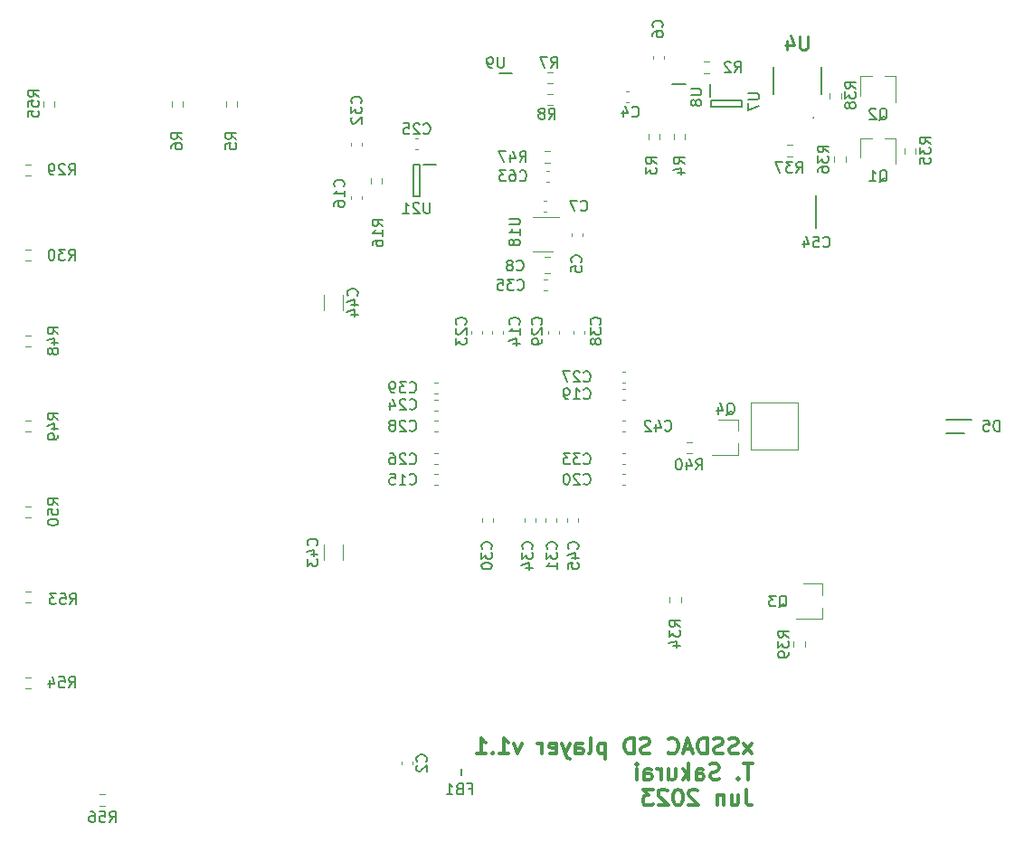
<source format=gbo>
G04 #@! TF.GenerationSoftware,KiCad,Pcbnew,7.0.5*
G04 #@! TF.CreationDate,2023-06-24T08:19:34+09:00*
G04 #@! TF.ProjectId,xSSDAC,78535344-4143-42e6-9b69-6361645f7063,rev?*
G04 #@! TF.SameCoordinates,Original*
G04 #@! TF.FileFunction,Legend,Bot*
G04 #@! TF.FilePolarity,Positive*
%FSLAX46Y46*%
G04 Gerber Fmt 4.6, Leading zero omitted, Abs format (unit mm)*
G04 Created by KiCad (PCBNEW 7.0.5) date 2023-06-24 08:19:34*
%MOMM*%
%LPD*%
G01*
G04 APERTURE LIST*
%ADD10C,0.300000*%
%ADD11C,0.150000*%
%ADD12C,0.254000*%
%ADD13C,0.120000*%
%ADD14C,0.200000*%
G04 APERTURE END LIST*
D10*
X164988346Y-129063328D02*
X164202632Y-128063328D01*
X164988346Y-128063328D02*
X164202632Y-129063328D01*
X163702631Y-128991900D02*
X163488346Y-129063328D01*
X163488346Y-129063328D02*
X163131203Y-129063328D01*
X163131203Y-129063328D02*
X162988346Y-128991900D01*
X162988346Y-128991900D02*
X162916917Y-128920471D01*
X162916917Y-128920471D02*
X162845488Y-128777614D01*
X162845488Y-128777614D02*
X162845488Y-128634757D01*
X162845488Y-128634757D02*
X162916917Y-128491900D01*
X162916917Y-128491900D02*
X162988346Y-128420471D01*
X162988346Y-128420471D02*
X163131203Y-128349042D01*
X163131203Y-128349042D02*
X163416917Y-128277614D01*
X163416917Y-128277614D02*
X163559774Y-128206185D01*
X163559774Y-128206185D02*
X163631203Y-128134757D01*
X163631203Y-128134757D02*
X163702631Y-127991900D01*
X163702631Y-127991900D02*
X163702631Y-127849042D01*
X163702631Y-127849042D02*
X163631203Y-127706185D01*
X163631203Y-127706185D02*
X163559774Y-127634757D01*
X163559774Y-127634757D02*
X163416917Y-127563328D01*
X163416917Y-127563328D02*
X163059774Y-127563328D01*
X163059774Y-127563328D02*
X162845488Y-127634757D01*
X162274060Y-128991900D02*
X162059775Y-129063328D01*
X162059775Y-129063328D02*
X161702632Y-129063328D01*
X161702632Y-129063328D02*
X161559775Y-128991900D01*
X161559775Y-128991900D02*
X161488346Y-128920471D01*
X161488346Y-128920471D02*
X161416917Y-128777614D01*
X161416917Y-128777614D02*
X161416917Y-128634757D01*
X161416917Y-128634757D02*
X161488346Y-128491900D01*
X161488346Y-128491900D02*
X161559775Y-128420471D01*
X161559775Y-128420471D02*
X161702632Y-128349042D01*
X161702632Y-128349042D02*
X161988346Y-128277614D01*
X161988346Y-128277614D02*
X162131203Y-128206185D01*
X162131203Y-128206185D02*
X162202632Y-128134757D01*
X162202632Y-128134757D02*
X162274060Y-127991900D01*
X162274060Y-127991900D02*
X162274060Y-127849042D01*
X162274060Y-127849042D02*
X162202632Y-127706185D01*
X162202632Y-127706185D02*
X162131203Y-127634757D01*
X162131203Y-127634757D02*
X161988346Y-127563328D01*
X161988346Y-127563328D02*
X161631203Y-127563328D01*
X161631203Y-127563328D02*
X161416917Y-127634757D01*
X160774061Y-129063328D02*
X160774061Y-127563328D01*
X160774061Y-127563328D02*
X160416918Y-127563328D01*
X160416918Y-127563328D02*
X160202632Y-127634757D01*
X160202632Y-127634757D02*
X160059775Y-127777614D01*
X160059775Y-127777614D02*
X159988346Y-127920471D01*
X159988346Y-127920471D02*
X159916918Y-128206185D01*
X159916918Y-128206185D02*
X159916918Y-128420471D01*
X159916918Y-128420471D02*
X159988346Y-128706185D01*
X159988346Y-128706185D02*
X160059775Y-128849042D01*
X160059775Y-128849042D02*
X160202632Y-128991900D01*
X160202632Y-128991900D02*
X160416918Y-129063328D01*
X160416918Y-129063328D02*
X160774061Y-129063328D01*
X159345489Y-128634757D02*
X158631204Y-128634757D01*
X159488346Y-129063328D02*
X158988346Y-127563328D01*
X158988346Y-127563328D02*
X158488346Y-129063328D01*
X157131204Y-128920471D02*
X157202632Y-128991900D01*
X157202632Y-128991900D02*
X157416918Y-129063328D01*
X157416918Y-129063328D02*
X157559775Y-129063328D01*
X157559775Y-129063328D02*
X157774061Y-128991900D01*
X157774061Y-128991900D02*
X157916918Y-128849042D01*
X157916918Y-128849042D02*
X157988347Y-128706185D01*
X157988347Y-128706185D02*
X158059775Y-128420471D01*
X158059775Y-128420471D02*
X158059775Y-128206185D01*
X158059775Y-128206185D02*
X157988347Y-127920471D01*
X157988347Y-127920471D02*
X157916918Y-127777614D01*
X157916918Y-127777614D02*
X157774061Y-127634757D01*
X157774061Y-127634757D02*
X157559775Y-127563328D01*
X157559775Y-127563328D02*
X157416918Y-127563328D01*
X157416918Y-127563328D02*
X157202632Y-127634757D01*
X157202632Y-127634757D02*
X157131204Y-127706185D01*
X155416918Y-128991900D02*
X155202633Y-129063328D01*
X155202633Y-129063328D02*
X154845490Y-129063328D01*
X154845490Y-129063328D02*
X154702633Y-128991900D01*
X154702633Y-128991900D02*
X154631204Y-128920471D01*
X154631204Y-128920471D02*
X154559775Y-128777614D01*
X154559775Y-128777614D02*
X154559775Y-128634757D01*
X154559775Y-128634757D02*
X154631204Y-128491900D01*
X154631204Y-128491900D02*
X154702633Y-128420471D01*
X154702633Y-128420471D02*
X154845490Y-128349042D01*
X154845490Y-128349042D02*
X155131204Y-128277614D01*
X155131204Y-128277614D02*
X155274061Y-128206185D01*
X155274061Y-128206185D02*
X155345490Y-128134757D01*
X155345490Y-128134757D02*
X155416918Y-127991900D01*
X155416918Y-127991900D02*
X155416918Y-127849042D01*
X155416918Y-127849042D02*
X155345490Y-127706185D01*
X155345490Y-127706185D02*
X155274061Y-127634757D01*
X155274061Y-127634757D02*
X155131204Y-127563328D01*
X155131204Y-127563328D02*
X154774061Y-127563328D01*
X154774061Y-127563328D02*
X154559775Y-127634757D01*
X153916919Y-129063328D02*
X153916919Y-127563328D01*
X153916919Y-127563328D02*
X153559776Y-127563328D01*
X153559776Y-127563328D02*
X153345490Y-127634757D01*
X153345490Y-127634757D02*
X153202633Y-127777614D01*
X153202633Y-127777614D02*
X153131204Y-127920471D01*
X153131204Y-127920471D02*
X153059776Y-128206185D01*
X153059776Y-128206185D02*
X153059776Y-128420471D01*
X153059776Y-128420471D02*
X153131204Y-128706185D01*
X153131204Y-128706185D02*
X153202633Y-128849042D01*
X153202633Y-128849042D02*
X153345490Y-128991900D01*
X153345490Y-128991900D02*
X153559776Y-129063328D01*
X153559776Y-129063328D02*
X153916919Y-129063328D01*
X151274062Y-128063328D02*
X151274062Y-129563328D01*
X151274062Y-128134757D02*
X151131205Y-128063328D01*
X151131205Y-128063328D02*
X150845490Y-128063328D01*
X150845490Y-128063328D02*
X150702633Y-128134757D01*
X150702633Y-128134757D02*
X150631205Y-128206185D01*
X150631205Y-128206185D02*
X150559776Y-128349042D01*
X150559776Y-128349042D02*
X150559776Y-128777614D01*
X150559776Y-128777614D02*
X150631205Y-128920471D01*
X150631205Y-128920471D02*
X150702633Y-128991900D01*
X150702633Y-128991900D02*
X150845490Y-129063328D01*
X150845490Y-129063328D02*
X151131205Y-129063328D01*
X151131205Y-129063328D02*
X151274062Y-128991900D01*
X149702633Y-129063328D02*
X149845490Y-128991900D01*
X149845490Y-128991900D02*
X149916919Y-128849042D01*
X149916919Y-128849042D02*
X149916919Y-127563328D01*
X148488348Y-129063328D02*
X148488348Y-128277614D01*
X148488348Y-128277614D02*
X148559776Y-128134757D01*
X148559776Y-128134757D02*
X148702633Y-128063328D01*
X148702633Y-128063328D02*
X148988348Y-128063328D01*
X148988348Y-128063328D02*
X149131205Y-128134757D01*
X148488348Y-128991900D02*
X148631205Y-129063328D01*
X148631205Y-129063328D02*
X148988348Y-129063328D01*
X148988348Y-129063328D02*
X149131205Y-128991900D01*
X149131205Y-128991900D02*
X149202633Y-128849042D01*
X149202633Y-128849042D02*
X149202633Y-128706185D01*
X149202633Y-128706185D02*
X149131205Y-128563328D01*
X149131205Y-128563328D02*
X148988348Y-128491900D01*
X148988348Y-128491900D02*
X148631205Y-128491900D01*
X148631205Y-128491900D02*
X148488348Y-128420471D01*
X147916919Y-128063328D02*
X147559776Y-129063328D01*
X147202633Y-128063328D02*
X147559776Y-129063328D01*
X147559776Y-129063328D02*
X147702633Y-129420471D01*
X147702633Y-129420471D02*
X147774062Y-129491900D01*
X147774062Y-129491900D02*
X147916919Y-129563328D01*
X146059776Y-128991900D02*
X146202633Y-129063328D01*
X146202633Y-129063328D02*
X146488348Y-129063328D01*
X146488348Y-129063328D02*
X146631205Y-128991900D01*
X146631205Y-128991900D02*
X146702633Y-128849042D01*
X146702633Y-128849042D02*
X146702633Y-128277614D01*
X146702633Y-128277614D02*
X146631205Y-128134757D01*
X146631205Y-128134757D02*
X146488348Y-128063328D01*
X146488348Y-128063328D02*
X146202633Y-128063328D01*
X146202633Y-128063328D02*
X146059776Y-128134757D01*
X146059776Y-128134757D02*
X145988348Y-128277614D01*
X145988348Y-128277614D02*
X145988348Y-128420471D01*
X145988348Y-128420471D02*
X146702633Y-128563328D01*
X145345491Y-129063328D02*
X145345491Y-128063328D01*
X145345491Y-128349042D02*
X145274062Y-128206185D01*
X145274062Y-128206185D02*
X145202634Y-128134757D01*
X145202634Y-128134757D02*
X145059776Y-128063328D01*
X145059776Y-128063328D02*
X144916919Y-128063328D01*
X143416920Y-128063328D02*
X143059777Y-129063328D01*
X143059777Y-129063328D02*
X142702634Y-128063328D01*
X141345491Y-129063328D02*
X142202634Y-129063328D01*
X141774063Y-129063328D02*
X141774063Y-127563328D01*
X141774063Y-127563328D02*
X141916920Y-127777614D01*
X141916920Y-127777614D02*
X142059777Y-127920471D01*
X142059777Y-127920471D02*
X142202634Y-127991900D01*
X140702635Y-128920471D02*
X140631206Y-128991900D01*
X140631206Y-128991900D02*
X140702635Y-129063328D01*
X140702635Y-129063328D02*
X140774063Y-128991900D01*
X140774063Y-128991900D02*
X140702635Y-128920471D01*
X140702635Y-128920471D02*
X140702635Y-129063328D01*
X139202634Y-129063328D02*
X140059777Y-129063328D01*
X139631206Y-129063328D02*
X139631206Y-127563328D01*
X139631206Y-127563328D02*
X139774063Y-127777614D01*
X139774063Y-127777614D02*
X139916920Y-127920471D01*
X139916920Y-127920471D02*
X140059777Y-127991900D01*
X165059774Y-129978328D02*
X164202632Y-129978328D01*
X164631203Y-131478328D02*
X164631203Y-129978328D01*
X163702632Y-131335471D02*
X163631203Y-131406900D01*
X163631203Y-131406900D02*
X163702632Y-131478328D01*
X163702632Y-131478328D02*
X163774060Y-131406900D01*
X163774060Y-131406900D02*
X163702632Y-131335471D01*
X163702632Y-131335471D02*
X163702632Y-131478328D01*
X161916917Y-131406900D02*
X161702632Y-131478328D01*
X161702632Y-131478328D02*
X161345489Y-131478328D01*
X161345489Y-131478328D02*
X161202632Y-131406900D01*
X161202632Y-131406900D02*
X161131203Y-131335471D01*
X161131203Y-131335471D02*
X161059774Y-131192614D01*
X161059774Y-131192614D02*
X161059774Y-131049757D01*
X161059774Y-131049757D02*
X161131203Y-130906900D01*
X161131203Y-130906900D02*
X161202632Y-130835471D01*
X161202632Y-130835471D02*
X161345489Y-130764042D01*
X161345489Y-130764042D02*
X161631203Y-130692614D01*
X161631203Y-130692614D02*
X161774060Y-130621185D01*
X161774060Y-130621185D02*
X161845489Y-130549757D01*
X161845489Y-130549757D02*
X161916917Y-130406900D01*
X161916917Y-130406900D02*
X161916917Y-130264042D01*
X161916917Y-130264042D02*
X161845489Y-130121185D01*
X161845489Y-130121185D02*
X161774060Y-130049757D01*
X161774060Y-130049757D02*
X161631203Y-129978328D01*
X161631203Y-129978328D02*
X161274060Y-129978328D01*
X161274060Y-129978328D02*
X161059774Y-130049757D01*
X159774061Y-131478328D02*
X159774061Y-130692614D01*
X159774061Y-130692614D02*
X159845489Y-130549757D01*
X159845489Y-130549757D02*
X159988346Y-130478328D01*
X159988346Y-130478328D02*
X160274061Y-130478328D01*
X160274061Y-130478328D02*
X160416918Y-130549757D01*
X159774061Y-131406900D02*
X159916918Y-131478328D01*
X159916918Y-131478328D02*
X160274061Y-131478328D01*
X160274061Y-131478328D02*
X160416918Y-131406900D01*
X160416918Y-131406900D02*
X160488346Y-131264042D01*
X160488346Y-131264042D02*
X160488346Y-131121185D01*
X160488346Y-131121185D02*
X160416918Y-130978328D01*
X160416918Y-130978328D02*
X160274061Y-130906900D01*
X160274061Y-130906900D02*
X159916918Y-130906900D01*
X159916918Y-130906900D02*
X159774061Y-130835471D01*
X159059775Y-131478328D02*
X159059775Y-129978328D01*
X158916918Y-130906900D02*
X158488346Y-131478328D01*
X158488346Y-130478328D02*
X159059775Y-131049757D01*
X157202632Y-130478328D02*
X157202632Y-131478328D01*
X157845489Y-130478328D02*
X157845489Y-131264042D01*
X157845489Y-131264042D02*
X157774060Y-131406900D01*
X157774060Y-131406900D02*
X157631203Y-131478328D01*
X157631203Y-131478328D02*
X157416917Y-131478328D01*
X157416917Y-131478328D02*
X157274060Y-131406900D01*
X157274060Y-131406900D02*
X157202632Y-131335471D01*
X156488346Y-131478328D02*
X156488346Y-130478328D01*
X156488346Y-130764042D02*
X156416917Y-130621185D01*
X156416917Y-130621185D02*
X156345489Y-130549757D01*
X156345489Y-130549757D02*
X156202631Y-130478328D01*
X156202631Y-130478328D02*
X156059774Y-130478328D01*
X154916918Y-131478328D02*
X154916918Y-130692614D01*
X154916918Y-130692614D02*
X154988346Y-130549757D01*
X154988346Y-130549757D02*
X155131203Y-130478328D01*
X155131203Y-130478328D02*
X155416918Y-130478328D01*
X155416918Y-130478328D02*
X155559775Y-130549757D01*
X154916918Y-131406900D02*
X155059775Y-131478328D01*
X155059775Y-131478328D02*
X155416918Y-131478328D01*
X155416918Y-131478328D02*
X155559775Y-131406900D01*
X155559775Y-131406900D02*
X155631203Y-131264042D01*
X155631203Y-131264042D02*
X155631203Y-131121185D01*
X155631203Y-131121185D02*
X155559775Y-130978328D01*
X155559775Y-130978328D02*
X155416918Y-130906900D01*
X155416918Y-130906900D02*
X155059775Y-130906900D01*
X155059775Y-130906900D02*
X154916918Y-130835471D01*
X154202632Y-131478328D02*
X154202632Y-130478328D01*
X154202632Y-129978328D02*
X154274060Y-130049757D01*
X154274060Y-130049757D02*
X154202632Y-130121185D01*
X154202632Y-130121185D02*
X154131203Y-130049757D01*
X154131203Y-130049757D02*
X154202632Y-129978328D01*
X154202632Y-129978328D02*
X154202632Y-130121185D01*
X164416917Y-132393328D02*
X164416917Y-133464757D01*
X164416917Y-133464757D02*
X164488346Y-133679042D01*
X164488346Y-133679042D02*
X164631203Y-133821900D01*
X164631203Y-133821900D02*
X164845489Y-133893328D01*
X164845489Y-133893328D02*
X164988346Y-133893328D01*
X163059775Y-132893328D02*
X163059775Y-133893328D01*
X163702632Y-132893328D02*
X163702632Y-133679042D01*
X163702632Y-133679042D02*
X163631203Y-133821900D01*
X163631203Y-133821900D02*
X163488346Y-133893328D01*
X163488346Y-133893328D02*
X163274060Y-133893328D01*
X163274060Y-133893328D02*
X163131203Y-133821900D01*
X163131203Y-133821900D02*
X163059775Y-133750471D01*
X162345489Y-132893328D02*
X162345489Y-133893328D01*
X162345489Y-133036185D02*
X162274060Y-132964757D01*
X162274060Y-132964757D02*
X162131203Y-132893328D01*
X162131203Y-132893328D02*
X161916917Y-132893328D01*
X161916917Y-132893328D02*
X161774060Y-132964757D01*
X161774060Y-132964757D02*
X161702632Y-133107614D01*
X161702632Y-133107614D02*
X161702632Y-133893328D01*
X159916917Y-132536185D02*
X159845489Y-132464757D01*
X159845489Y-132464757D02*
X159702632Y-132393328D01*
X159702632Y-132393328D02*
X159345489Y-132393328D01*
X159345489Y-132393328D02*
X159202632Y-132464757D01*
X159202632Y-132464757D02*
X159131203Y-132536185D01*
X159131203Y-132536185D02*
X159059774Y-132679042D01*
X159059774Y-132679042D02*
X159059774Y-132821900D01*
X159059774Y-132821900D02*
X159131203Y-133036185D01*
X159131203Y-133036185D02*
X159988346Y-133893328D01*
X159988346Y-133893328D02*
X159059774Y-133893328D01*
X158131203Y-132393328D02*
X157988346Y-132393328D01*
X157988346Y-132393328D02*
X157845489Y-132464757D01*
X157845489Y-132464757D02*
X157774061Y-132536185D01*
X157774061Y-132536185D02*
X157702632Y-132679042D01*
X157702632Y-132679042D02*
X157631203Y-132964757D01*
X157631203Y-132964757D02*
X157631203Y-133321900D01*
X157631203Y-133321900D02*
X157702632Y-133607614D01*
X157702632Y-133607614D02*
X157774061Y-133750471D01*
X157774061Y-133750471D02*
X157845489Y-133821900D01*
X157845489Y-133821900D02*
X157988346Y-133893328D01*
X157988346Y-133893328D02*
X158131203Y-133893328D01*
X158131203Y-133893328D02*
X158274061Y-133821900D01*
X158274061Y-133821900D02*
X158345489Y-133750471D01*
X158345489Y-133750471D02*
X158416918Y-133607614D01*
X158416918Y-133607614D02*
X158488346Y-133321900D01*
X158488346Y-133321900D02*
X158488346Y-132964757D01*
X158488346Y-132964757D02*
X158416918Y-132679042D01*
X158416918Y-132679042D02*
X158345489Y-132536185D01*
X158345489Y-132536185D02*
X158274061Y-132464757D01*
X158274061Y-132464757D02*
X158131203Y-132393328D01*
X157059775Y-132536185D02*
X156988347Y-132464757D01*
X156988347Y-132464757D02*
X156845490Y-132393328D01*
X156845490Y-132393328D02*
X156488347Y-132393328D01*
X156488347Y-132393328D02*
X156345490Y-132464757D01*
X156345490Y-132464757D02*
X156274061Y-132536185D01*
X156274061Y-132536185D02*
X156202632Y-132679042D01*
X156202632Y-132679042D02*
X156202632Y-132821900D01*
X156202632Y-132821900D02*
X156274061Y-133036185D01*
X156274061Y-133036185D02*
X157131204Y-133893328D01*
X157131204Y-133893328D02*
X156202632Y-133893328D01*
X155702633Y-132393328D02*
X154774061Y-132393328D01*
X154774061Y-132393328D02*
X155274061Y-132964757D01*
X155274061Y-132964757D02*
X155059776Y-132964757D01*
X155059776Y-132964757D02*
X154916919Y-133036185D01*
X154916919Y-133036185D02*
X154845490Y-133107614D01*
X154845490Y-133107614D02*
X154774061Y-133250471D01*
X154774061Y-133250471D02*
X154774061Y-133607614D01*
X154774061Y-133607614D02*
X154845490Y-133750471D01*
X154845490Y-133750471D02*
X154916919Y-133821900D01*
X154916919Y-133821900D02*
X155059776Y-133893328D01*
X155059776Y-133893328D02*
X155488347Y-133893328D01*
X155488347Y-133893328D02*
X155631204Y-133821900D01*
X155631204Y-133821900D02*
X155702633Y-133750471D01*
D11*
X162595238Y-97350057D02*
X162690476Y-97302438D01*
X162690476Y-97302438D02*
X162785714Y-97207200D01*
X162785714Y-97207200D02*
X162928571Y-97064342D01*
X162928571Y-97064342D02*
X163023809Y-97016723D01*
X163023809Y-97016723D02*
X163119047Y-97016723D01*
X163071428Y-97254819D02*
X163166666Y-97207200D01*
X163166666Y-97207200D02*
X163261904Y-97111961D01*
X163261904Y-97111961D02*
X163309523Y-96921485D01*
X163309523Y-96921485D02*
X163309523Y-96588152D01*
X163309523Y-96588152D02*
X163261904Y-96397676D01*
X163261904Y-96397676D02*
X163166666Y-96302438D01*
X163166666Y-96302438D02*
X163071428Y-96254819D01*
X163071428Y-96254819D02*
X162880952Y-96254819D01*
X162880952Y-96254819D02*
X162785714Y-96302438D01*
X162785714Y-96302438D02*
X162690476Y-96397676D01*
X162690476Y-96397676D02*
X162642857Y-96588152D01*
X162642857Y-96588152D02*
X162642857Y-96921485D01*
X162642857Y-96921485D02*
X162690476Y-97111961D01*
X162690476Y-97111961D02*
X162785714Y-97207200D01*
X162785714Y-97207200D02*
X162880952Y-97254819D01*
X162880952Y-97254819D02*
X163071428Y-97254819D01*
X161785714Y-96588152D02*
X161785714Y-97254819D01*
X162023809Y-96207200D02*
X162261904Y-96921485D01*
X162261904Y-96921485D02*
X161642857Y-96921485D01*
X188138094Y-98854819D02*
X188138094Y-97854819D01*
X188138094Y-97854819D02*
X187899999Y-97854819D01*
X187899999Y-97854819D02*
X187757142Y-97902438D01*
X187757142Y-97902438D02*
X187661904Y-97997676D01*
X187661904Y-97997676D02*
X187614285Y-98092914D01*
X187614285Y-98092914D02*
X187566666Y-98283390D01*
X187566666Y-98283390D02*
X187566666Y-98426247D01*
X187566666Y-98426247D02*
X187614285Y-98616723D01*
X187614285Y-98616723D02*
X187661904Y-98711961D01*
X187661904Y-98711961D02*
X187757142Y-98807200D01*
X187757142Y-98807200D02*
X187899999Y-98854819D01*
X187899999Y-98854819D02*
X188138094Y-98854819D01*
X186661904Y-97854819D02*
X187138094Y-97854819D01*
X187138094Y-97854819D02*
X187185713Y-98331009D01*
X187185713Y-98331009D02*
X187138094Y-98283390D01*
X187138094Y-98283390D02*
X187042856Y-98235771D01*
X187042856Y-98235771D02*
X186804761Y-98235771D01*
X186804761Y-98235771D02*
X186709523Y-98283390D01*
X186709523Y-98283390D02*
X186661904Y-98331009D01*
X186661904Y-98331009D02*
X186614285Y-98426247D01*
X186614285Y-98426247D02*
X186614285Y-98664342D01*
X186614285Y-98664342D02*
X186661904Y-98759580D01*
X186661904Y-98759580D02*
X186709523Y-98807200D01*
X186709523Y-98807200D02*
X186804761Y-98854819D01*
X186804761Y-98854819D02*
X187042856Y-98854819D01*
X187042856Y-98854819D02*
X187138094Y-98807200D01*
X187138094Y-98807200D02*
X187185713Y-98759580D01*
X138433333Y-132331009D02*
X138766666Y-132331009D01*
X138766666Y-132854819D02*
X138766666Y-131854819D01*
X138766666Y-131854819D02*
X138290476Y-131854819D01*
X137576190Y-132331009D02*
X137433333Y-132378628D01*
X137433333Y-132378628D02*
X137385714Y-132426247D01*
X137385714Y-132426247D02*
X137338095Y-132521485D01*
X137338095Y-132521485D02*
X137338095Y-132664342D01*
X137338095Y-132664342D02*
X137385714Y-132759580D01*
X137385714Y-132759580D02*
X137433333Y-132807200D01*
X137433333Y-132807200D02*
X137528571Y-132854819D01*
X137528571Y-132854819D02*
X137909523Y-132854819D01*
X137909523Y-132854819D02*
X137909523Y-131854819D01*
X137909523Y-131854819D02*
X137576190Y-131854819D01*
X137576190Y-131854819D02*
X137480952Y-131902438D01*
X137480952Y-131902438D02*
X137433333Y-131950057D01*
X137433333Y-131950057D02*
X137385714Y-132045295D01*
X137385714Y-132045295D02*
X137385714Y-132140533D01*
X137385714Y-132140533D02*
X137433333Y-132235771D01*
X137433333Y-132235771D02*
X137480952Y-132283390D01*
X137480952Y-132283390D02*
X137576190Y-132331009D01*
X137576190Y-132331009D02*
X137909523Y-132331009D01*
X136385714Y-132854819D02*
X136957142Y-132854819D01*
X136671428Y-132854819D02*
X136671428Y-131854819D01*
X136671428Y-131854819D02*
X136766666Y-131997676D01*
X136766666Y-131997676D02*
X136861904Y-132092914D01*
X136861904Y-132092914D02*
X136957142Y-132140533D01*
X156054819Y-73833333D02*
X155578628Y-73500000D01*
X156054819Y-73261905D02*
X155054819Y-73261905D01*
X155054819Y-73261905D02*
X155054819Y-73642857D01*
X155054819Y-73642857D02*
X155102438Y-73738095D01*
X155102438Y-73738095D02*
X155150057Y-73785714D01*
X155150057Y-73785714D02*
X155245295Y-73833333D01*
X155245295Y-73833333D02*
X155388152Y-73833333D01*
X155388152Y-73833333D02*
X155483390Y-73785714D01*
X155483390Y-73785714D02*
X155531009Y-73738095D01*
X155531009Y-73738095D02*
X155578628Y-73642857D01*
X155578628Y-73642857D02*
X155578628Y-73261905D01*
X155054819Y-74166667D02*
X155054819Y-74785714D01*
X155054819Y-74785714D02*
X155435771Y-74452381D01*
X155435771Y-74452381D02*
X155435771Y-74595238D01*
X155435771Y-74595238D02*
X155483390Y-74690476D01*
X155483390Y-74690476D02*
X155531009Y-74738095D01*
X155531009Y-74738095D02*
X155626247Y-74785714D01*
X155626247Y-74785714D02*
X155864342Y-74785714D01*
X155864342Y-74785714D02*
X155959580Y-74738095D01*
X155959580Y-74738095D02*
X156007200Y-74690476D01*
X156007200Y-74690476D02*
X156054819Y-74595238D01*
X156054819Y-74595238D02*
X156054819Y-74309524D01*
X156054819Y-74309524D02*
X156007200Y-74214286D01*
X156007200Y-74214286D02*
X155959580Y-74166667D01*
X158654819Y-73833333D02*
X158178628Y-73500000D01*
X158654819Y-73261905D02*
X157654819Y-73261905D01*
X157654819Y-73261905D02*
X157654819Y-73642857D01*
X157654819Y-73642857D02*
X157702438Y-73738095D01*
X157702438Y-73738095D02*
X157750057Y-73785714D01*
X157750057Y-73785714D02*
X157845295Y-73833333D01*
X157845295Y-73833333D02*
X157988152Y-73833333D01*
X157988152Y-73833333D02*
X158083390Y-73785714D01*
X158083390Y-73785714D02*
X158131009Y-73738095D01*
X158131009Y-73738095D02*
X158178628Y-73642857D01*
X158178628Y-73642857D02*
X158178628Y-73261905D01*
X157988152Y-74690476D02*
X158654819Y-74690476D01*
X157607200Y-74452381D02*
X158321485Y-74214286D01*
X158321485Y-74214286D02*
X158321485Y-74833333D01*
X146166666Y-64854819D02*
X146499999Y-64378628D01*
X146738094Y-64854819D02*
X146738094Y-63854819D01*
X146738094Y-63854819D02*
X146357142Y-63854819D01*
X146357142Y-63854819D02*
X146261904Y-63902438D01*
X146261904Y-63902438D02*
X146214285Y-63950057D01*
X146214285Y-63950057D02*
X146166666Y-64045295D01*
X146166666Y-64045295D02*
X146166666Y-64188152D01*
X146166666Y-64188152D02*
X146214285Y-64283390D01*
X146214285Y-64283390D02*
X146261904Y-64331009D01*
X146261904Y-64331009D02*
X146357142Y-64378628D01*
X146357142Y-64378628D02*
X146738094Y-64378628D01*
X145833332Y-63854819D02*
X145166666Y-63854819D01*
X145166666Y-63854819D02*
X145595237Y-64854819D01*
X169130357Y-74654819D02*
X169463690Y-74178628D01*
X169701785Y-74654819D02*
X169701785Y-73654819D01*
X169701785Y-73654819D02*
X169320833Y-73654819D01*
X169320833Y-73654819D02*
X169225595Y-73702438D01*
X169225595Y-73702438D02*
X169177976Y-73750057D01*
X169177976Y-73750057D02*
X169130357Y-73845295D01*
X169130357Y-73845295D02*
X169130357Y-73988152D01*
X169130357Y-73988152D02*
X169177976Y-74083390D01*
X169177976Y-74083390D02*
X169225595Y-74131009D01*
X169225595Y-74131009D02*
X169320833Y-74178628D01*
X169320833Y-74178628D02*
X169701785Y-74178628D01*
X168797023Y-73654819D02*
X168177976Y-73654819D01*
X168177976Y-73654819D02*
X168511309Y-74035771D01*
X168511309Y-74035771D02*
X168368452Y-74035771D01*
X168368452Y-74035771D02*
X168273214Y-74083390D01*
X168273214Y-74083390D02*
X168225595Y-74131009D01*
X168225595Y-74131009D02*
X168177976Y-74226247D01*
X168177976Y-74226247D02*
X168177976Y-74464342D01*
X168177976Y-74464342D02*
X168225595Y-74559580D01*
X168225595Y-74559580D02*
X168273214Y-74607200D01*
X168273214Y-74607200D02*
X168368452Y-74654819D01*
X168368452Y-74654819D02*
X168654166Y-74654819D01*
X168654166Y-74654819D02*
X168749404Y-74607200D01*
X168749404Y-74607200D02*
X168797023Y-74559580D01*
X167844642Y-73654819D02*
X167177976Y-73654819D01*
X167177976Y-73654819D02*
X167606547Y-74654819D01*
X174684819Y-66757142D02*
X174208628Y-66423809D01*
X174684819Y-66185714D02*
X173684819Y-66185714D01*
X173684819Y-66185714D02*
X173684819Y-66566666D01*
X173684819Y-66566666D02*
X173732438Y-66661904D01*
X173732438Y-66661904D02*
X173780057Y-66709523D01*
X173780057Y-66709523D02*
X173875295Y-66757142D01*
X173875295Y-66757142D02*
X174018152Y-66757142D01*
X174018152Y-66757142D02*
X174113390Y-66709523D01*
X174113390Y-66709523D02*
X174161009Y-66661904D01*
X174161009Y-66661904D02*
X174208628Y-66566666D01*
X174208628Y-66566666D02*
X174208628Y-66185714D01*
X173684819Y-67090476D02*
X173684819Y-67709523D01*
X173684819Y-67709523D02*
X174065771Y-67376190D01*
X174065771Y-67376190D02*
X174065771Y-67519047D01*
X174065771Y-67519047D02*
X174113390Y-67614285D01*
X174113390Y-67614285D02*
X174161009Y-67661904D01*
X174161009Y-67661904D02*
X174256247Y-67709523D01*
X174256247Y-67709523D02*
X174494342Y-67709523D01*
X174494342Y-67709523D02*
X174589580Y-67661904D01*
X174589580Y-67661904D02*
X174637200Y-67614285D01*
X174637200Y-67614285D02*
X174684819Y-67519047D01*
X174684819Y-67519047D02*
X174684819Y-67233333D01*
X174684819Y-67233333D02*
X174637200Y-67138095D01*
X174637200Y-67138095D02*
X174589580Y-67090476D01*
X174113390Y-68280952D02*
X174065771Y-68185714D01*
X174065771Y-68185714D02*
X174018152Y-68138095D01*
X174018152Y-68138095D02*
X173922914Y-68090476D01*
X173922914Y-68090476D02*
X173875295Y-68090476D01*
X173875295Y-68090476D02*
X173780057Y-68138095D01*
X173780057Y-68138095D02*
X173732438Y-68185714D01*
X173732438Y-68185714D02*
X173684819Y-68280952D01*
X173684819Y-68280952D02*
X173684819Y-68471428D01*
X173684819Y-68471428D02*
X173732438Y-68566666D01*
X173732438Y-68566666D02*
X173780057Y-68614285D01*
X173780057Y-68614285D02*
X173875295Y-68661904D01*
X173875295Y-68661904D02*
X173922914Y-68661904D01*
X173922914Y-68661904D02*
X174018152Y-68614285D01*
X174018152Y-68614285D02*
X174065771Y-68566666D01*
X174065771Y-68566666D02*
X174113390Y-68471428D01*
X174113390Y-68471428D02*
X174113390Y-68280952D01*
X174113390Y-68280952D02*
X174161009Y-68185714D01*
X174161009Y-68185714D02*
X174208628Y-68138095D01*
X174208628Y-68138095D02*
X174303866Y-68090476D01*
X174303866Y-68090476D02*
X174494342Y-68090476D01*
X174494342Y-68090476D02*
X174589580Y-68138095D01*
X174589580Y-68138095D02*
X174637200Y-68185714D01*
X174637200Y-68185714D02*
X174684819Y-68280952D01*
X174684819Y-68280952D02*
X174684819Y-68471428D01*
X174684819Y-68471428D02*
X174637200Y-68566666D01*
X174637200Y-68566666D02*
X174589580Y-68614285D01*
X174589580Y-68614285D02*
X174494342Y-68661904D01*
X174494342Y-68661904D02*
X174303866Y-68661904D01*
X174303866Y-68661904D02*
X174208628Y-68614285D01*
X174208628Y-68614285D02*
X174161009Y-68566666D01*
X174161009Y-68566666D02*
X174113390Y-68471428D01*
X143242857Y-73654819D02*
X143576190Y-73178628D01*
X143814285Y-73654819D02*
X143814285Y-72654819D01*
X143814285Y-72654819D02*
X143433333Y-72654819D01*
X143433333Y-72654819D02*
X143338095Y-72702438D01*
X143338095Y-72702438D02*
X143290476Y-72750057D01*
X143290476Y-72750057D02*
X143242857Y-72845295D01*
X143242857Y-72845295D02*
X143242857Y-72988152D01*
X143242857Y-72988152D02*
X143290476Y-73083390D01*
X143290476Y-73083390D02*
X143338095Y-73131009D01*
X143338095Y-73131009D02*
X143433333Y-73178628D01*
X143433333Y-73178628D02*
X143814285Y-73178628D01*
X142385714Y-72988152D02*
X142385714Y-73654819D01*
X142623809Y-72607200D02*
X142861904Y-73321485D01*
X142861904Y-73321485D02*
X142242857Y-73321485D01*
X141957142Y-72654819D02*
X141290476Y-72654819D01*
X141290476Y-72654819D02*
X141719047Y-73654819D01*
X134484580Y-129770833D02*
X134532200Y-129723214D01*
X134532200Y-129723214D02*
X134579819Y-129580357D01*
X134579819Y-129580357D02*
X134579819Y-129485119D01*
X134579819Y-129485119D02*
X134532200Y-129342262D01*
X134532200Y-129342262D02*
X134436961Y-129247024D01*
X134436961Y-129247024D02*
X134341723Y-129199405D01*
X134341723Y-129199405D02*
X134151247Y-129151786D01*
X134151247Y-129151786D02*
X134008390Y-129151786D01*
X134008390Y-129151786D02*
X133817914Y-129199405D01*
X133817914Y-129199405D02*
X133722676Y-129247024D01*
X133722676Y-129247024D02*
X133627438Y-129342262D01*
X133627438Y-129342262D02*
X133579819Y-129485119D01*
X133579819Y-129485119D02*
X133579819Y-129580357D01*
X133579819Y-129580357D02*
X133627438Y-129723214D01*
X133627438Y-129723214D02*
X133675057Y-129770833D01*
X133675057Y-130151786D02*
X133627438Y-130199405D01*
X133627438Y-130199405D02*
X133579819Y-130294643D01*
X133579819Y-130294643D02*
X133579819Y-130532738D01*
X133579819Y-130532738D02*
X133627438Y-130627976D01*
X133627438Y-130627976D02*
X133675057Y-130675595D01*
X133675057Y-130675595D02*
X133770295Y-130723214D01*
X133770295Y-130723214D02*
X133865533Y-130723214D01*
X133865533Y-130723214D02*
X134008390Y-130675595D01*
X134008390Y-130675595D02*
X134579819Y-130104167D01*
X134579819Y-130104167D02*
X134579819Y-130723214D01*
X143159580Y-88857142D02*
X143207200Y-88809523D01*
X143207200Y-88809523D02*
X143254819Y-88666666D01*
X143254819Y-88666666D02*
X143254819Y-88571428D01*
X143254819Y-88571428D02*
X143207200Y-88428571D01*
X143207200Y-88428571D02*
X143111961Y-88333333D01*
X143111961Y-88333333D02*
X143016723Y-88285714D01*
X143016723Y-88285714D02*
X142826247Y-88238095D01*
X142826247Y-88238095D02*
X142683390Y-88238095D01*
X142683390Y-88238095D02*
X142492914Y-88285714D01*
X142492914Y-88285714D02*
X142397676Y-88333333D01*
X142397676Y-88333333D02*
X142302438Y-88428571D01*
X142302438Y-88428571D02*
X142254819Y-88571428D01*
X142254819Y-88571428D02*
X142254819Y-88666666D01*
X142254819Y-88666666D02*
X142302438Y-88809523D01*
X142302438Y-88809523D02*
X142350057Y-88857142D01*
X143254819Y-89809523D02*
X143254819Y-89238095D01*
X143254819Y-89523809D02*
X142254819Y-89523809D01*
X142254819Y-89523809D02*
X142397676Y-89428571D01*
X142397676Y-89428571D02*
X142492914Y-89333333D01*
X142492914Y-89333333D02*
X142540533Y-89238095D01*
X142588152Y-90666666D02*
X143254819Y-90666666D01*
X142207200Y-90428571D02*
X142921485Y-90190476D01*
X142921485Y-90190476D02*
X142921485Y-90809523D01*
X132942857Y-103759580D02*
X132990476Y-103807200D01*
X132990476Y-103807200D02*
X133133333Y-103854819D01*
X133133333Y-103854819D02*
X133228571Y-103854819D01*
X133228571Y-103854819D02*
X133371428Y-103807200D01*
X133371428Y-103807200D02*
X133466666Y-103711961D01*
X133466666Y-103711961D02*
X133514285Y-103616723D01*
X133514285Y-103616723D02*
X133561904Y-103426247D01*
X133561904Y-103426247D02*
X133561904Y-103283390D01*
X133561904Y-103283390D02*
X133514285Y-103092914D01*
X133514285Y-103092914D02*
X133466666Y-102997676D01*
X133466666Y-102997676D02*
X133371428Y-102902438D01*
X133371428Y-102902438D02*
X133228571Y-102854819D01*
X133228571Y-102854819D02*
X133133333Y-102854819D01*
X133133333Y-102854819D02*
X132990476Y-102902438D01*
X132990476Y-102902438D02*
X132942857Y-102950057D01*
X131990476Y-103854819D02*
X132561904Y-103854819D01*
X132276190Y-103854819D02*
X132276190Y-102854819D01*
X132276190Y-102854819D02*
X132371428Y-102997676D01*
X132371428Y-102997676D02*
X132466666Y-103092914D01*
X132466666Y-103092914D02*
X132561904Y-103140533D01*
X131085714Y-102854819D02*
X131561904Y-102854819D01*
X131561904Y-102854819D02*
X131609523Y-103331009D01*
X131609523Y-103331009D02*
X131561904Y-103283390D01*
X131561904Y-103283390D02*
X131466666Y-103235771D01*
X131466666Y-103235771D02*
X131228571Y-103235771D01*
X131228571Y-103235771D02*
X131133333Y-103283390D01*
X131133333Y-103283390D02*
X131085714Y-103331009D01*
X131085714Y-103331009D02*
X131038095Y-103426247D01*
X131038095Y-103426247D02*
X131038095Y-103664342D01*
X131038095Y-103664342D02*
X131085714Y-103759580D01*
X131085714Y-103759580D02*
X131133333Y-103807200D01*
X131133333Y-103807200D02*
X131228571Y-103854819D01*
X131228571Y-103854819D02*
X131466666Y-103854819D01*
X131466666Y-103854819D02*
X131561904Y-103807200D01*
X131561904Y-103807200D02*
X131609523Y-103759580D01*
X149242857Y-95759580D02*
X149290476Y-95807200D01*
X149290476Y-95807200D02*
X149433333Y-95854819D01*
X149433333Y-95854819D02*
X149528571Y-95854819D01*
X149528571Y-95854819D02*
X149671428Y-95807200D01*
X149671428Y-95807200D02*
X149766666Y-95711961D01*
X149766666Y-95711961D02*
X149814285Y-95616723D01*
X149814285Y-95616723D02*
X149861904Y-95426247D01*
X149861904Y-95426247D02*
X149861904Y-95283390D01*
X149861904Y-95283390D02*
X149814285Y-95092914D01*
X149814285Y-95092914D02*
X149766666Y-94997676D01*
X149766666Y-94997676D02*
X149671428Y-94902438D01*
X149671428Y-94902438D02*
X149528571Y-94854819D01*
X149528571Y-94854819D02*
X149433333Y-94854819D01*
X149433333Y-94854819D02*
X149290476Y-94902438D01*
X149290476Y-94902438D02*
X149242857Y-94950057D01*
X148290476Y-95854819D02*
X148861904Y-95854819D01*
X148576190Y-95854819D02*
X148576190Y-94854819D01*
X148576190Y-94854819D02*
X148671428Y-94997676D01*
X148671428Y-94997676D02*
X148766666Y-95092914D01*
X148766666Y-95092914D02*
X148861904Y-95140533D01*
X147814285Y-95854819D02*
X147623809Y-95854819D01*
X147623809Y-95854819D02*
X147528571Y-95807200D01*
X147528571Y-95807200D02*
X147480952Y-95759580D01*
X147480952Y-95759580D02*
X147385714Y-95616723D01*
X147385714Y-95616723D02*
X147338095Y-95426247D01*
X147338095Y-95426247D02*
X147338095Y-95045295D01*
X147338095Y-95045295D02*
X147385714Y-94950057D01*
X147385714Y-94950057D02*
X147433333Y-94902438D01*
X147433333Y-94902438D02*
X147528571Y-94854819D01*
X147528571Y-94854819D02*
X147719047Y-94854819D01*
X147719047Y-94854819D02*
X147814285Y-94902438D01*
X147814285Y-94902438D02*
X147861904Y-94950057D01*
X147861904Y-94950057D02*
X147909523Y-95045295D01*
X147909523Y-95045295D02*
X147909523Y-95283390D01*
X147909523Y-95283390D02*
X147861904Y-95378628D01*
X147861904Y-95378628D02*
X147814285Y-95426247D01*
X147814285Y-95426247D02*
X147719047Y-95473866D01*
X147719047Y-95473866D02*
X147528571Y-95473866D01*
X147528571Y-95473866D02*
X147433333Y-95426247D01*
X147433333Y-95426247D02*
X147385714Y-95378628D01*
X147385714Y-95378628D02*
X147338095Y-95283390D01*
X149242857Y-103759580D02*
X149290476Y-103807200D01*
X149290476Y-103807200D02*
X149433333Y-103854819D01*
X149433333Y-103854819D02*
X149528571Y-103854819D01*
X149528571Y-103854819D02*
X149671428Y-103807200D01*
X149671428Y-103807200D02*
X149766666Y-103711961D01*
X149766666Y-103711961D02*
X149814285Y-103616723D01*
X149814285Y-103616723D02*
X149861904Y-103426247D01*
X149861904Y-103426247D02*
X149861904Y-103283390D01*
X149861904Y-103283390D02*
X149814285Y-103092914D01*
X149814285Y-103092914D02*
X149766666Y-102997676D01*
X149766666Y-102997676D02*
X149671428Y-102902438D01*
X149671428Y-102902438D02*
X149528571Y-102854819D01*
X149528571Y-102854819D02*
X149433333Y-102854819D01*
X149433333Y-102854819D02*
X149290476Y-102902438D01*
X149290476Y-102902438D02*
X149242857Y-102950057D01*
X148861904Y-102950057D02*
X148814285Y-102902438D01*
X148814285Y-102902438D02*
X148719047Y-102854819D01*
X148719047Y-102854819D02*
X148480952Y-102854819D01*
X148480952Y-102854819D02*
X148385714Y-102902438D01*
X148385714Y-102902438D02*
X148338095Y-102950057D01*
X148338095Y-102950057D02*
X148290476Y-103045295D01*
X148290476Y-103045295D02*
X148290476Y-103140533D01*
X148290476Y-103140533D02*
X148338095Y-103283390D01*
X148338095Y-103283390D02*
X148909523Y-103854819D01*
X148909523Y-103854819D02*
X148290476Y-103854819D01*
X147671428Y-102854819D02*
X147576190Y-102854819D01*
X147576190Y-102854819D02*
X147480952Y-102902438D01*
X147480952Y-102902438D02*
X147433333Y-102950057D01*
X147433333Y-102950057D02*
X147385714Y-103045295D01*
X147385714Y-103045295D02*
X147338095Y-103235771D01*
X147338095Y-103235771D02*
X147338095Y-103473866D01*
X147338095Y-103473866D02*
X147385714Y-103664342D01*
X147385714Y-103664342D02*
X147433333Y-103759580D01*
X147433333Y-103759580D02*
X147480952Y-103807200D01*
X147480952Y-103807200D02*
X147576190Y-103854819D01*
X147576190Y-103854819D02*
X147671428Y-103854819D01*
X147671428Y-103854819D02*
X147766666Y-103807200D01*
X147766666Y-103807200D02*
X147814285Y-103759580D01*
X147814285Y-103759580D02*
X147861904Y-103664342D01*
X147861904Y-103664342D02*
X147909523Y-103473866D01*
X147909523Y-103473866D02*
X147909523Y-103235771D01*
X147909523Y-103235771D02*
X147861904Y-103045295D01*
X147861904Y-103045295D02*
X147814285Y-102950057D01*
X147814285Y-102950057D02*
X147766666Y-102902438D01*
X147766666Y-102902438D02*
X147671428Y-102854819D01*
X138159580Y-88857142D02*
X138207200Y-88809523D01*
X138207200Y-88809523D02*
X138254819Y-88666666D01*
X138254819Y-88666666D02*
X138254819Y-88571428D01*
X138254819Y-88571428D02*
X138207200Y-88428571D01*
X138207200Y-88428571D02*
X138111961Y-88333333D01*
X138111961Y-88333333D02*
X138016723Y-88285714D01*
X138016723Y-88285714D02*
X137826247Y-88238095D01*
X137826247Y-88238095D02*
X137683390Y-88238095D01*
X137683390Y-88238095D02*
X137492914Y-88285714D01*
X137492914Y-88285714D02*
X137397676Y-88333333D01*
X137397676Y-88333333D02*
X137302438Y-88428571D01*
X137302438Y-88428571D02*
X137254819Y-88571428D01*
X137254819Y-88571428D02*
X137254819Y-88666666D01*
X137254819Y-88666666D02*
X137302438Y-88809523D01*
X137302438Y-88809523D02*
X137350057Y-88857142D01*
X137350057Y-89238095D02*
X137302438Y-89285714D01*
X137302438Y-89285714D02*
X137254819Y-89380952D01*
X137254819Y-89380952D02*
X137254819Y-89619047D01*
X137254819Y-89619047D02*
X137302438Y-89714285D01*
X137302438Y-89714285D02*
X137350057Y-89761904D01*
X137350057Y-89761904D02*
X137445295Y-89809523D01*
X137445295Y-89809523D02*
X137540533Y-89809523D01*
X137540533Y-89809523D02*
X137683390Y-89761904D01*
X137683390Y-89761904D02*
X138254819Y-89190476D01*
X138254819Y-89190476D02*
X138254819Y-89809523D01*
X137254819Y-90142857D02*
X137254819Y-90761904D01*
X137254819Y-90761904D02*
X137635771Y-90428571D01*
X137635771Y-90428571D02*
X137635771Y-90571428D01*
X137635771Y-90571428D02*
X137683390Y-90666666D01*
X137683390Y-90666666D02*
X137731009Y-90714285D01*
X137731009Y-90714285D02*
X137826247Y-90761904D01*
X137826247Y-90761904D02*
X138064342Y-90761904D01*
X138064342Y-90761904D02*
X138159580Y-90714285D01*
X138159580Y-90714285D02*
X138207200Y-90666666D01*
X138207200Y-90666666D02*
X138254819Y-90571428D01*
X138254819Y-90571428D02*
X138254819Y-90285714D01*
X138254819Y-90285714D02*
X138207200Y-90190476D01*
X138207200Y-90190476D02*
X138159580Y-90142857D01*
X132942857Y-96759580D02*
X132990476Y-96807200D01*
X132990476Y-96807200D02*
X133133333Y-96854819D01*
X133133333Y-96854819D02*
X133228571Y-96854819D01*
X133228571Y-96854819D02*
X133371428Y-96807200D01*
X133371428Y-96807200D02*
X133466666Y-96711961D01*
X133466666Y-96711961D02*
X133514285Y-96616723D01*
X133514285Y-96616723D02*
X133561904Y-96426247D01*
X133561904Y-96426247D02*
X133561904Y-96283390D01*
X133561904Y-96283390D02*
X133514285Y-96092914D01*
X133514285Y-96092914D02*
X133466666Y-95997676D01*
X133466666Y-95997676D02*
X133371428Y-95902438D01*
X133371428Y-95902438D02*
X133228571Y-95854819D01*
X133228571Y-95854819D02*
X133133333Y-95854819D01*
X133133333Y-95854819D02*
X132990476Y-95902438D01*
X132990476Y-95902438D02*
X132942857Y-95950057D01*
X132561904Y-95950057D02*
X132514285Y-95902438D01*
X132514285Y-95902438D02*
X132419047Y-95854819D01*
X132419047Y-95854819D02*
X132180952Y-95854819D01*
X132180952Y-95854819D02*
X132085714Y-95902438D01*
X132085714Y-95902438D02*
X132038095Y-95950057D01*
X132038095Y-95950057D02*
X131990476Y-96045295D01*
X131990476Y-96045295D02*
X131990476Y-96140533D01*
X131990476Y-96140533D02*
X132038095Y-96283390D01*
X132038095Y-96283390D02*
X132609523Y-96854819D01*
X132609523Y-96854819D02*
X131990476Y-96854819D01*
X131133333Y-96188152D02*
X131133333Y-96854819D01*
X131371428Y-95807200D02*
X131609523Y-96521485D01*
X131609523Y-96521485D02*
X130990476Y-96521485D01*
X132942857Y-101859580D02*
X132990476Y-101907200D01*
X132990476Y-101907200D02*
X133133333Y-101954819D01*
X133133333Y-101954819D02*
X133228571Y-101954819D01*
X133228571Y-101954819D02*
X133371428Y-101907200D01*
X133371428Y-101907200D02*
X133466666Y-101811961D01*
X133466666Y-101811961D02*
X133514285Y-101716723D01*
X133514285Y-101716723D02*
X133561904Y-101526247D01*
X133561904Y-101526247D02*
X133561904Y-101383390D01*
X133561904Y-101383390D02*
X133514285Y-101192914D01*
X133514285Y-101192914D02*
X133466666Y-101097676D01*
X133466666Y-101097676D02*
X133371428Y-101002438D01*
X133371428Y-101002438D02*
X133228571Y-100954819D01*
X133228571Y-100954819D02*
X133133333Y-100954819D01*
X133133333Y-100954819D02*
X132990476Y-101002438D01*
X132990476Y-101002438D02*
X132942857Y-101050057D01*
X132561904Y-101050057D02*
X132514285Y-101002438D01*
X132514285Y-101002438D02*
X132419047Y-100954819D01*
X132419047Y-100954819D02*
X132180952Y-100954819D01*
X132180952Y-100954819D02*
X132085714Y-101002438D01*
X132085714Y-101002438D02*
X132038095Y-101050057D01*
X132038095Y-101050057D02*
X131990476Y-101145295D01*
X131990476Y-101145295D02*
X131990476Y-101240533D01*
X131990476Y-101240533D02*
X132038095Y-101383390D01*
X132038095Y-101383390D02*
X132609523Y-101954819D01*
X132609523Y-101954819D02*
X131990476Y-101954819D01*
X131133333Y-100954819D02*
X131323809Y-100954819D01*
X131323809Y-100954819D02*
X131419047Y-101002438D01*
X131419047Y-101002438D02*
X131466666Y-101050057D01*
X131466666Y-101050057D02*
X131561904Y-101192914D01*
X131561904Y-101192914D02*
X131609523Y-101383390D01*
X131609523Y-101383390D02*
X131609523Y-101764342D01*
X131609523Y-101764342D02*
X131561904Y-101859580D01*
X131561904Y-101859580D02*
X131514285Y-101907200D01*
X131514285Y-101907200D02*
X131419047Y-101954819D01*
X131419047Y-101954819D02*
X131228571Y-101954819D01*
X131228571Y-101954819D02*
X131133333Y-101907200D01*
X131133333Y-101907200D02*
X131085714Y-101859580D01*
X131085714Y-101859580D02*
X131038095Y-101764342D01*
X131038095Y-101764342D02*
X131038095Y-101526247D01*
X131038095Y-101526247D02*
X131085714Y-101431009D01*
X131085714Y-101431009D02*
X131133333Y-101383390D01*
X131133333Y-101383390D02*
X131228571Y-101335771D01*
X131228571Y-101335771D02*
X131419047Y-101335771D01*
X131419047Y-101335771D02*
X131514285Y-101383390D01*
X131514285Y-101383390D02*
X131561904Y-101431009D01*
X131561904Y-101431009D02*
X131609523Y-101526247D01*
X149242857Y-94159580D02*
X149290476Y-94207200D01*
X149290476Y-94207200D02*
X149433333Y-94254819D01*
X149433333Y-94254819D02*
X149528571Y-94254819D01*
X149528571Y-94254819D02*
X149671428Y-94207200D01*
X149671428Y-94207200D02*
X149766666Y-94111961D01*
X149766666Y-94111961D02*
X149814285Y-94016723D01*
X149814285Y-94016723D02*
X149861904Y-93826247D01*
X149861904Y-93826247D02*
X149861904Y-93683390D01*
X149861904Y-93683390D02*
X149814285Y-93492914D01*
X149814285Y-93492914D02*
X149766666Y-93397676D01*
X149766666Y-93397676D02*
X149671428Y-93302438D01*
X149671428Y-93302438D02*
X149528571Y-93254819D01*
X149528571Y-93254819D02*
X149433333Y-93254819D01*
X149433333Y-93254819D02*
X149290476Y-93302438D01*
X149290476Y-93302438D02*
X149242857Y-93350057D01*
X148861904Y-93350057D02*
X148814285Y-93302438D01*
X148814285Y-93302438D02*
X148719047Y-93254819D01*
X148719047Y-93254819D02*
X148480952Y-93254819D01*
X148480952Y-93254819D02*
X148385714Y-93302438D01*
X148385714Y-93302438D02*
X148338095Y-93350057D01*
X148338095Y-93350057D02*
X148290476Y-93445295D01*
X148290476Y-93445295D02*
X148290476Y-93540533D01*
X148290476Y-93540533D02*
X148338095Y-93683390D01*
X148338095Y-93683390D02*
X148909523Y-94254819D01*
X148909523Y-94254819D02*
X148290476Y-94254819D01*
X147957142Y-93254819D02*
X147290476Y-93254819D01*
X147290476Y-93254819D02*
X147719047Y-94254819D01*
X132942857Y-98759580D02*
X132990476Y-98807200D01*
X132990476Y-98807200D02*
X133133333Y-98854819D01*
X133133333Y-98854819D02*
X133228571Y-98854819D01*
X133228571Y-98854819D02*
X133371428Y-98807200D01*
X133371428Y-98807200D02*
X133466666Y-98711961D01*
X133466666Y-98711961D02*
X133514285Y-98616723D01*
X133514285Y-98616723D02*
X133561904Y-98426247D01*
X133561904Y-98426247D02*
X133561904Y-98283390D01*
X133561904Y-98283390D02*
X133514285Y-98092914D01*
X133514285Y-98092914D02*
X133466666Y-97997676D01*
X133466666Y-97997676D02*
X133371428Y-97902438D01*
X133371428Y-97902438D02*
X133228571Y-97854819D01*
X133228571Y-97854819D02*
X133133333Y-97854819D01*
X133133333Y-97854819D02*
X132990476Y-97902438D01*
X132990476Y-97902438D02*
X132942857Y-97950057D01*
X132561904Y-97950057D02*
X132514285Y-97902438D01*
X132514285Y-97902438D02*
X132419047Y-97854819D01*
X132419047Y-97854819D02*
X132180952Y-97854819D01*
X132180952Y-97854819D02*
X132085714Y-97902438D01*
X132085714Y-97902438D02*
X132038095Y-97950057D01*
X132038095Y-97950057D02*
X131990476Y-98045295D01*
X131990476Y-98045295D02*
X131990476Y-98140533D01*
X131990476Y-98140533D02*
X132038095Y-98283390D01*
X132038095Y-98283390D02*
X132609523Y-98854819D01*
X132609523Y-98854819D02*
X131990476Y-98854819D01*
X131419047Y-98283390D02*
X131514285Y-98235771D01*
X131514285Y-98235771D02*
X131561904Y-98188152D01*
X131561904Y-98188152D02*
X131609523Y-98092914D01*
X131609523Y-98092914D02*
X131609523Y-98045295D01*
X131609523Y-98045295D02*
X131561904Y-97950057D01*
X131561904Y-97950057D02*
X131514285Y-97902438D01*
X131514285Y-97902438D02*
X131419047Y-97854819D01*
X131419047Y-97854819D02*
X131228571Y-97854819D01*
X131228571Y-97854819D02*
X131133333Y-97902438D01*
X131133333Y-97902438D02*
X131085714Y-97950057D01*
X131085714Y-97950057D02*
X131038095Y-98045295D01*
X131038095Y-98045295D02*
X131038095Y-98092914D01*
X131038095Y-98092914D02*
X131085714Y-98188152D01*
X131085714Y-98188152D02*
X131133333Y-98235771D01*
X131133333Y-98235771D02*
X131228571Y-98283390D01*
X131228571Y-98283390D02*
X131419047Y-98283390D01*
X131419047Y-98283390D02*
X131514285Y-98331009D01*
X131514285Y-98331009D02*
X131561904Y-98378628D01*
X131561904Y-98378628D02*
X131609523Y-98473866D01*
X131609523Y-98473866D02*
X131609523Y-98664342D01*
X131609523Y-98664342D02*
X131561904Y-98759580D01*
X131561904Y-98759580D02*
X131514285Y-98807200D01*
X131514285Y-98807200D02*
X131419047Y-98854819D01*
X131419047Y-98854819D02*
X131228571Y-98854819D01*
X131228571Y-98854819D02*
X131133333Y-98807200D01*
X131133333Y-98807200D02*
X131085714Y-98759580D01*
X131085714Y-98759580D02*
X131038095Y-98664342D01*
X131038095Y-98664342D02*
X131038095Y-98473866D01*
X131038095Y-98473866D02*
X131085714Y-98378628D01*
X131085714Y-98378628D02*
X131133333Y-98331009D01*
X131133333Y-98331009D02*
X131228571Y-98283390D01*
X145259580Y-88857142D02*
X145307200Y-88809523D01*
X145307200Y-88809523D02*
X145354819Y-88666666D01*
X145354819Y-88666666D02*
X145354819Y-88571428D01*
X145354819Y-88571428D02*
X145307200Y-88428571D01*
X145307200Y-88428571D02*
X145211961Y-88333333D01*
X145211961Y-88333333D02*
X145116723Y-88285714D01*
X145116723Y-88285714D02*
X144926247Y-88238095D01*
X144926247Y-88238095D02*
X144783390Y-88238095D01*
X144783390Y-88238095D02*
X144592914Y-88285714D01*
X144592914Y-88285714D02*
X144497676Y-88333333D01*
X144497676Y-88333333D02*
X144402438Y-88428571D01*
X144402438Y-88428571D02*
X144354819Y-88571428D01*
X144354819Y-88571428D02*
X144354819Y-88666666D01*
X144354819Y-88666666D02*
X144402438Y-88809523D01*
X144402438Y-88809523D02*
X144450057Y-88857142D01*
X144450057Y-89238095D02*
X144402438Y-89285714D01*
X144402438Y-89285714D02*
X144354819Y-89380952D01*
X144354819Y-89380952D02*
X144354819Y-89619047D01*
X144354819Y-89619047D02*
X144402438Y-89714285D01*
X144402438Y-89714285D02*
X144450057Y-89761904D01*
X144450057Y-89761904D02*
X144545295Y-89809523D01*
X144545295Y-89809523D02*
X144640533Y-89809523D01*
X144640533Y-89809523D02*
X144783390Y-89761904D01*
X144783390Y-89761904D02*
X145354819Y-89190476D01*
X145354819Y-89190476D02*
X145354819Y-89809523D01*
X145354819Y-90285714D02*
X145354819Y-90476190D01*
X145354819Y-90476190D02*
X145307200Y-90571428D01*
X145307200Y-90571428D02*
X145259580Y-90619047D01*
X145259580Y-90619047D02*
X145116723Y-90714285D01*
X145116723Y-90714285D02*
X144926247Y-90761904D01*
X144926247Y-90761904D02*
X144545295Y-90761904D01*
X144545295Y-90761904D02*
X144450057Y-90714285D01*
X144450057Y-90714285D02*
X144402438Y-90666666D01*
X144402438Y-90666666D02*
X144354819Y-90571428D01*
X144354819Y-90571428D02*
X144354819Y-90380952D01*
X144354819Y-90380952D02*
X144402438Y-90285714D01*
X144402438Y-90285714D02*
X144450057Y-90238095D01*
X144450057Y-90238095D02*
X144545295Y-90190476D01*
X144545295Y-90190476D02*
X144783390Y-90190476D01*
X144783390Y-90190476D02*
X144878628Y-90238095D01*
X144878628Y-90238095D02*
X144926247Y-90285714D01*
X144926247Y-90285714D02*
X144973866Y-90380952D01*
X144973866Y-90380952D02*
X144973866Y-90571428D01*
X144973866Y-90571428D02*
X144926247Y-90666666D01*
X144926247Y-90666666D02*
X144878628Y-90714285D01*
X144878628Y-90714285D02*
X144783390Y-90761904D01*
X146659580Y-109857142D02*
X146707200Y-109809523D01*
X146707200Y-109809523D02*
X146754819Y-109666666D01*
X146754819Y-109666666D02*
X146754819Y-109571428D01*
X146754819Y-109571428D02*
X146707200Y-109428571D01*
X146707200Y-109428571D02*
X146611961Y-109333333D01*
X146611961Y-109333333D02*
X146516723Y-109285714D01*
X146516723Y-109285714D02*
X146326247Y-109238095D01*
X146326247Y-109238095D02*
X146183390Y-109238095D01*
X146183390Y-109238095D02*
X145992914Y-109285714D01*
X145992914Y-109285714D02*
X145897676Y-109333333D01*
X145897676Y-109333333D02*
X145802438Y-109428571D01*
X145802438Y-109428571D02*
X145754819Y-109571428D01*
X145754819Y-109571428D02*
X145754819Y-109666666D01*
X145754819Y-109666666D02*
X145802438Y-109809523D01*
X145802438Y-109809523D02*
X145850057Y-109857142D01*
X145754819Y-110190476D02*
X145754819Y-110809523D01*
X145754819Y-110809523D02*
X146135771Y-110476190D01*
X146135771Y-110476190D02*
X146135771Y-110619047D01*
X146135771Y-110619047D02*
X146183390Y-110714285D01*
X146183390Y-110714285D02*
X146231009Y-110761904D01*
X146231009Y-110761904D02*
X146326247Y-110809523D01*
X146326247Y-110809523D02*
X146564342Y-110809523D01*
X146564342Y-110809523D02*
X146659580Y-110761904D01*
X146659580Y-110761904D02*
X146707200Y-110714285D01*
X146707200Y-110714285D02*
X146754819Y-110619047D01*
X146754819Y-110619047D02*
X146754819Y-110333333D01*
X146754819Y-110333333D02*
X146707200Y-110238095D01*
X146707200Y-110238095D02*
X146659580Y-110190476D01*
X146754819Y-111761904D02*
X146754819Y-111190476D01*
X146754819Y-111476190D02*
X145754819Y-111476190D01*
X145754819Y-111476190D02*
X145897676Y-111380952D01*
X145897676Y-111380952D02*
X145992914Y-111285714D01*
X145992914Y-111285714D02*
X146040533Y-111190476D01*
X149242857Y-101859580D02*
X149290476Y-101907200D01*
X149290476Y-101907200D02*
X149433333Y-101954819D01*
X149433333Y-101954819D02*
X149528571Y-101954819D01*
X149528571Y-101954819D02*
X149671428Y-101907200D01*
X149671428Y-101907200D02*
X149766666Y-101811961D01*
X149766666Y-101811961D02*
X149814285Y-101716723D01*
X149814285Y-101716723D02*
X149861904Y-101526247D01*
X149861904Y-101526247D02*
X149861904Y-101383390D01*
X149861904Y-101383390D02*
X149814285Y-101192914D01*
X149814285Y-101192914D02*
X149766666Y-101097676D01*
X149766666Y-101097676D02*
X149671428Y-101002438D01*
X149671428Y-101002438D02*
X149528571Y-100954819D01*
X149528571Y-100954819D02*
X149433333Y-100954819D01*
X149433333Y-100954819D02*
X149290476Y-101002438D01*
X149290476Y-101002438D02*
X149242857Y-101050057D01*
X148909523Y-100954819D02*
X148290476Y-100954819D01*
X148290476Y-100954819D02*
X148623809Y-101335771D01*
X148623809Y-101335771D02*
X148480952Y-101335771D01*
X148480952Y-101335771D02*
X148385714Y-101383390D01*
X148385714Y-101383390D02*
X148338095Y-101431009D01*
X148338095Y-101431009D02*
X148290476Y-101526247D01*
X148290476Y-101526247D02*
X148290476Y-101764342D01*
X148290476Y-101764342D02*
X148338095Y-101859580D01*
X148338095Y-101859580D02*
X148385714Y-101907200D01*
X148385714Y-101907200D02*
X148480952Y-101954819D01*
X148480952Y-101954819D02*
X148766666Y-101954819D01*
X148766666Y-101954819D02*
X148861904Y-101907200D01*
X148861904Y-101907200D02*
X148909523Y-101859580D01*
X147957142Y-100954819D02*
X147338095Y-100954819D01*
X147338095Y-100954819D02*
X147671428Y-101335771D01*
X147671428Y-101335771D02*
X147528571Y-101335771D01*
X147528571Y-101335771D02*
X147433333Y-101383390D01*
X147433333Y-101383390D02*
X147385714Y-101431009D01*
X147385714Y-101431009D02*
X147338095Y-101526247D01*
X147338095Y-101526247D02*
X147338095Y-101764342D01*
X147338095Y-101764342D02*
X147385714Y-101859580D01*
X147385714Y-101859580D02*
X147433333Y-101907200D01*
X147433333Y-101907200D02*
X147528571Y-101954819D01*
X147528571Y-101954819D02*
X147814285Y-101954819D01*
X147814285Y-101954819D02*
X147909523Y-101907200D01*
X147909523Y-101907200D02*
X147957142Y-101859580D01*
X144359580Y-109857142D02*
X144407200Y-109809523D01*
X144407200Y-109809523D02*
X144454819Y-109666666D01*
X144454819Y-109666666D02*
X144454819Y-109571428D01*
X144454819Y-109571428D02*
X144407200Y-109428571D01*
X144407200Y-109428571D02*
X144311961Y-109333333D01*
X144311961Y-109333333D02*
X144216723Y-109285714D01*
X144216723Y-109285714D02*
X144026247Y-109238095D01*
X144026247Y-109238095D02*
X143883390Y-109238095D01*
X143883390Y-109238095D02*
X143692914Y-109285714D01*
X143692914Y-109285714D02*
X143597676Y-109333333D01*
X143597676Y-109333333D02*
X143502438Y-109428571D01*
X143502438Y-109428571D02*
X143454819Y-109571428D01*
X143454819Y-109571428D02*
X143454819Y-109666666D01*
X143454819Y-109666666D02*
X143502438Y-109809523D01*
X143502438Y-109809523D02*
X143550057Y-109857142D01*
X143454819Y-110190476D02*
X143454819Y-110809523D01*
X143454819Y-110809523D02*
X143835771Y-110476190D01*
X143835771Y-110476190D02*
X143835771Y-110619047D01*
X143835771Y-110619047D02*
X143883390Y-110714285D01*
X143883390Y-110714285D02*
X143931009Y-110761904D01*
X143931009Y-110761904D02*
X144026247Y-110809523D01*
X144026247Y-110809523D02*
X144264342Y-110809523D01*
X144264342Y-110809523D02*
X144359580Y-110761904D01*
X144359580Y-110761904D02*
X144407200Y-110714285D01*
X144407200Y-110714285D02*
X144454819Y-110619047D01*
X144454819Y-110619047D02*
X144454819Y-110333333D01*
X144454819Y-110333333D02*
X144407200Y-110238095D01*
X144407200Y-110238095D02*
X144359580Y-110190476D01*
X143788152Y-111666666D02*
X144454819Y-111666666D01*
X143407200Y-111428571D02*
X144121485Y-111190476D01*
X144121485Y-111190476D02*
X144121485Y-111809523D01*
X150759580Y-88857142D02*
X150807200Y-88809523D01*
X150807200Y-88809523D02*
X150854819Y-88666666D01*
X150854819Y-88666666D02*
X150854819Y-88571428D01*
X150854819Y-88571428D02*
X150807200Y-88428571D01*
X150807200Y-88428571D02*
X150711961Y-88333333D01*
X150711961Y-88333333D02*
X150616723Y-88285714D01*
X150616723Y-88285714D02*
X150426247Y-88238095D01*
X150426247Y-88238095D02*
X150283390Y-88238095D01*
X150283390Y-88238095D02*
X150092914Y-88285714D01*
X150092914Y-88285714D02*
X149997676Y-88333333D01*
X149997676Y-88333333D02*
X149902438Y-88428571D01*
X149902438Y-88428571D02*
X149854819Y-88571428D01*
X149854819Y-88571428D02*
X149854819Y-88666666D01*
X149854819Y-88666666D02*
X149902438Y-88809523D01*
X149902438Y-88809523D02*
X149950057Y-88857142D01*
X149854819Y-89190476D02*
X149854819Y-89809523D01*
X149854819Y-89809523D02*
X150235771Y-89476190D01*
X150235771Y-89476190D02*
X150235771Y-89619047D01*
X150235771Y-89619047D02*
X150283390Y-89714285D01*
X150283390Y-89714285D02*
X150331009Y-89761904D01*
X150331009Y-89761904D02*
X150426247Y-89809523D01*
X150426247Y-89809523D02*
X150664342Y-89809523D01*
X150664342Y-89809523D02*
X150759580Y-89761904D01*
X150759580Y-89761904D02*
X150807200Y-89714285D01*
X150807200Y-89714285D02*
X150854819Y-89619047D01*
X150854819Y-89619047D02*
X150854819Y-89333333D01*
X150854819Y-89333333D02*
X150807200Y-89238095D01*
X150807200Y-89238095D02*
X150759580Y-89190476D01*
X150283390Y-90380952D02*
X150235771Y-90285714D01*
X150235771Y-90285714D02*
X150188152Y-90238095D01*
X150188152Y-90238095D02*
X150092914Y-90190476D01*
X150092914Y-90190476D02*
X150045295Y-90190476D01*
X150045295Y-90190476D02*
X149950057Y-90238095D01*
X149950057Y-90238095D02*
X149902438Y-90285714D01*
X149902438Y-90285714D02*
X149854819Y-90380952D01*
X149854819Y-90380952D02*
X149854819Y-90571428D01*
X149854819Y-90571428D02*
X149902438Y-90666666D01*
X149902438Y-90666666D02*
X149950057Y-90714285D01*
X149950057Y-90714285D02*
X150045295Y-90761904D01*
X150045295Y-90761904D02*
X150092914Y-90761904D01*
X150092914Y-90761904D02*
X150188152Y-90714285D01*
X150188152Y-90714285D02*
X150235771Y-90666666D01*
X150235771Y-90666666D02*
X150283390Y-90571428D01*
X150283390Y-90571428D02*
X150283390Y-90380952D01*
X150283390Y-90380952D02*
X150331009Y-90285714D01*
X150331009Y-90285714D02*
X150378628Y-90238095D01*
X150378628Y-90238095D02*
X150473866Y-90190476D01*
X150473866Y-90190476D02*
X150664342Y-90190476D01*
X150664342Y-90190476D02*
X150759580Y-90238095D01*
X150759580Y-90238095D02*
X150807200Y-90285714D01*
X150807200Y-90285714D02*
X150854819Y-90380952D01*
X150854819Y-90380952D02*
X150854819Y-90571428D01*
X150854819Y-90571428D02*
X150807200Y-90666666D01*
X150807200Y-90666666D02*
X150759580Y-90714285D01*
X150759580Y-90714285D02*
X150664342Y-90761904D01*
X150664342Y-90761904D02*
X150473866Y-90761904D01*
X150473866Y-90761904D02*
X150378628Y-90714285D01*
X150378628Y-90714285D02*
X150331009Y-90666666D01*
X150331009Y-90666666D02*
X150283390Y-90571428D01*
X132942857Y-95159580D02*
X132990476Y-95207200D01*
X132990476Y-95207200D02*
X133133333Y-95254819D01*
X133133333Y-95254819D02*
X133228571Y-95254819D01*
X133228571Y-95254819D02*
X133371428Y-95207200D01*
X133371428Y-95207200D02*
X133466666Y-95111961D01*
X133466666Y-95111961D02*
X133514285Y-95016723D01*
X133514285Y-95016723D02*
X133561904Y-94826247D01*
X133561904Y-94826247D02*
X133561904Y-94683390D01*
X133561904Y-94683390D02*
X133514285Y-94492914D01*
X133514285Y-94492914D02*
X133466666Y-94397676D01*
X133466666Y-94397676D02*
X133371428Y-94302438D01*
X133371428Y-94302438D02*
X133228571Y-94254819D01*
X133228571Y-94254819D02*
X133133333Y-94254819D01*
X133133333Y-94254819D02*
X132990476Y-94302438D01*
X132990476Y-94302438D02*
X132942857Y-94350057D01*
X132609523Y-94254819D02*
X131990476Y-94254819D01*
X131990476Y-94254819D02*
X132323809Y-94635771D01*
X132323809Y-94635771D02*
X132180952Y-94635771D01*
X132180952Y-94635771D02*
X132085714Y-94683390D01*
X132085714Y-94683390D02*
X132038095Y-94731009D01*
X132038095Y-94731009D02*
X131990476Y-94826247D01*
X131990476Y-94826247D02*
X131990476Y-95064342D01*
X131990476Y-95064342D02*
X132038095Y-95159580D01*
X132038095Y-95159580D02*
X132085714Y-95207200D01*
X132085714Y-95207200D02*
X132180952Y-95254819D01*
X132180952Y-95254819D02*
X132466666Y-95254819D01*
X132466666Y-95254819D02*
X132561904Y-95207200D01*
X132561904Y-95207200D02*
X132609523Y-95159580D01*
X131514285Y-95254819D02*
X131323809Y-95254819D01*
X131323809Y-95254819D02*
X131228571Y-95207200D01*
X131228571Y-95207200D02*
X131180952Y-95159580D01*
X131180952Y-95159580D02*
X131085714Y-95016723D01*
X131085714Y-95016723D02*
X131038095Y-94826247D01*
X131038095Y-94826247D02*
X131038095Y-94445295D01*
X131038095Y-94445295D02*
X131085714Y-94350057D01*
X131085714Y-94350057D02*
X131133333Y-94302438D01*
X131133333Y-94302438D02*
X131228571Y-94254819D01*
X131228571Y-94254819D02*
X131419047Y-94254819D01*
X131419047Y-94254819D02*
X131514285Y-94302438D01*
X131514285Y-94302438D02*
X131561904Y-94350057D01*
X131561904Y-94350057D02*
X131609523Y-94445295D01*
X131609523Y-94445295D02*
X131609523Y-94683390D01*
X131609523Y-94683390D02*
X131561904Y-94778628D01*
X131561904Y-94778628D02*
X131514285Y-94826247D01*
X131514285Y-94826247D02*
X131419047Y-94873866D01*
X131419047Y-94873866D02*
X131228571Y-94873866D01*
X131228571Y-94873866D02*
X131133333Y-94826247D01*
X131133333Y-94826247D02*
X131085714Y-94778628D01*
X131085714Y-94778628D02*
X131038095Y-94683390D01*
X156842857Y-98759580D02*
X156890476Y-98807200D01*
X156890476Y-98807200D02*
X157033333Y-98854819D01*
X157033333Y-98854819D02*
X157128571Y-98854819D01*
X157128571Y-98854819D02*
X157271428Y-98807200D01*
X157271428Y-98807200D02*
X157366666Y-98711961D01*
X157366666Y-98711961D02*
X157414285Y-98616723D01*
X157414285Y-98616723D02*
X157461904Y-98426247D01*
X157461904Y-98426247D02*
X157461904Y-98283390D01*
X157461904Y-98283390D02*
X157414285Y-98092914D01*
X157414285Y-98092914D02*
X157366666Y-97997676D01*
X157366666Y-97997676D02*
X157271428Y-97902438D01*
X157271428Y-97902438D02*
X157128571Y-97854819D01*
X157128571Y-97854819D02*
X157033333Y-97854819D01*
X157033333Y-97854819D02*
X156890476Y-97902438D01*
X156890476Y-97902438D02*
X156842857Y-97950057D01*
X155985714Y-98188152D02*
X155985714Y-98854819D01*
X156223809Y-97807200D02*
X156461904Y-98521485D01*
X156461904Y-98521485D02*
X155842857Y-98521485D01*
X155509523Y-97950057D02*
X155461904Y-97902438D01*
X155461904Y-97902438D02*
X155366666Y-97854819D01*
X155366666Y-97854819D02*
X155128571Y-97854819D01*
X155128571Y-97854819D02*
X155033333Y-97902438D01*
X155033333Y-97902438D02*
X154985714Y-97950057D01*
X154985714Y-97950057D02*
X154938095Y-98045295D01*
X154938095Y-98045295D02*
X154938095Y-98140533D01*
X154938095Y-98140533D02*
X154985714Y-98283390D01*
X154985714Y-98283390D02*
X155557142Y-98854819D01*
X155557142Y-98854819D02*
X154938095Y-98854819D01*
X124259580Y-109557142D02*
X124307200Y-109509523D01*
X124307200Y-109509523D02*
X124354819Y-109366666D01*
X124354819Y-109366666D02*
X124354819Y-109271428D01*
X124354819Y-109271428D02*
X124307200Y-109128571D01*
X124307200Y-109128571D02*
X124211961Y-109033333D01*
X124211961Y-109033333D02*
X124116723Y-108985714D01*
X124116723Y-108985714D02*
X123926247Y-108938095D01*
X123926247Y-108938095D02*
X123783390Y-108938095D01*
X123783390Y-108938095D02*
X123592914Y-108985714D01*
X123592914Y-108985714D02*
X123497676Y-109033333D01*
X123497676Y-109033333D02*
X123402438Y-109128571D01*
X123402438Y-109128571D02*
X123354819Y-109271428D01*
X123354819Y-109271428D02*
X123354819Y-109366666D01*
X123354819Y-109366666D02*
X123402438Y-109509523D01*
X123402438Y-109509523D02*
X123450057Y-109557142D01*
X123688152Y-110414285D02*
X124354819Y-110414285D01*
X123307200Y-110176190D02*
X124021485Y-109938095D01*
X124021485Y-109938095D02*
X124021485Y-110557142D01*
X123354819Y-110842857D02*
X123354819Y-111461904D01*
X123354819Y-111461904D02*
X123735771Y-111128571D01*
X123735771Y-111128571D02*
X123735771Y-111271428D01*
X123735771Y-111271428D02*
X123783390Y-111366666D01*
X123783390Y-111366666D02*
X123831009Y-111414285D01*
X123831009Y-111414285D02*
X123926247Y-111461904D01*
X123926247Y-111461904D02*
X124164342Y-111461904D01*
X124164342Y-111461904D02*
X124259580Y-111414285D01*
X124259580Y-111414285D02*
X124307200Y-111366666D01*
X124307200Y-111366666D02*
X124354819Y-111271428D01*
X124354819Y-111271428D02*
X124354819Y-110985714D01*
X124354819Y-110985714D02*
X124307200Y-110890476D01*
X124307200Y-110890476D02*
X124259580Y-110842857D01*
X148659580Y-109857142D02*
X148707200Y-109809523D01*
X148707200Y-109809523D02*
X148754819Y-109666666D01*
X148754819Y-109666666D02*
X148754819Y-109571428D01*
X148754819Y-109571428D02*
X148707200Y-109428571D01*
X148707200Y-109428571D02*
X148611961Y-109333333D01*
X148611961Y-109333333D02*
X148516723Y-109285714D01*
X148516723Y-109285714D02*
X148326247Y-109238095D01*
X148326247Y-109238095D02*
X148183390Y-109238095D01*
X148183390Y-109238095D02*
X147992914Y-109285714D01*
X147992914Y-109285714D02*
X147897676Y-109333333D01*
X147897676Y-109333333D02*
X147802438Y-109428571D01*
X147802438Y-109428571D02*
X147754819Y-109571428D01*
X147754819Y-109571428D02*
X147754819Y-109666666D01*
X147754819Y-109666666D02*
X147802438Y-109809523D01*
X147802438Y-109809523D02*
X147850057Y-109857142D01*
X148088152Y-110714285D02*
X148754819Y-110714285D01*
X147707200Y-110476190D02*
X148421485Y-110238095D01*
X148421485Y-110238095D02*
X148421485Y-110857142D01*
X147754819Y-111714285D02*
X147754819Y-111238095D01*
X147754819Y-111238095D02*
X148231009Y-111190476D01*
X148231009Y-111190476D02*
X148183390Y-111238095D01*
X148183390Y-111238095D02*
X148135771Y-111333333D01*
X148135771Y-111333333D02*
X148135771Y-111571428D01*
X148135771Y-111571428D02*
X148183390Y-111666666D01*
X148183390Y-111666666D02*
X148231009Y-111714285D01*
X148231009Y-111714285D02*
X148326247Y-111761904D01*
X148326247Y-111761904D02*
X148564342Y-111761904D01*
X148564342Y-111761904D02*
X148659580Y-111714285D01*
X148659580Y-111714285D02*
X148707200Y-111666666D01*
X148707200Y-111666666D02*
X148754819Y-111571428D01*
X148754819Y-111571428D02*
X148754819Y-111333333D01*
X148754819Y-111333333D02*
X148707200Y-111238095D01*
X148707200Y-111238095D02*
X148659580Y-111190476D01*
X156559580Y-61033333D02*
X156607200Y-60985714D01*
X156607200Y-60985714D02*
X156654819Y-60842857D01*
X156654819Y-60842857D02*
X156654819Y-60747619D01*
X156654819Y-60747619D02*
X156607200Y-60604762D01*
X156607200Y-60604762D02*
X156511961Y-60509524D01*
X156511961Y-60509524D02*
X156416723Y-60461905D01*
X156416723Y-60461905D02*
X156226247Y-60414286D01*
X156226247Y-60414286D02*
X156083390Y-60414286D01*
X156083390Y-60414286D02*
X155892914Y-60461905D01*
X155892914Y-60461905D02*
X155797676Y-60509524D01*
X155797676Y-60509524D02*
X155702438Y-60604762D01*
X155702438Y-60604762D02*
X155654819Y-60747619D01*
X155654819Y-60747619D02*
X155654819Y-60842857D01*
X155654819Y-60842857D02*
X155702438Y-60985714D01*
X155702438Y-60985714D02*
X155750057Y-61033333D01*
X155654819Y-61890476D02*
X155654819Y-61700000D01*
X155654819Y-61700000D02*
X155702438Y-61604762D01*
X155702438Y-61604762D02*
X155750057Y-61557143D01*
X155750057Y-61557143D02*
X155892914Y-61461905D01*
X155892914Y-61461905D02*
X156083390Y-61414286D01*
X156083390Y-61414286D02*
X156464342Y-61414286D01*
X156464342Y-61414286D02*
X156559580Y-61461905D01*
X156559580Y-61461905D02*
X156607200Y-61509524D01*
X156607200Y-61509524D02*
X156654819Y-61604762D01*
X156654819Y-61604762D02*
X156654819Y-61795238D01*
X156654819Y-61795238D02*
X156607200Y-61890476D01*
X156607200Y-61890476D02*
X156559580Y-61938095D01*
X156559580Y-61938095D02*
X156464342Y-61985714D01*
X156464342Y-61985714D02*
X156226247Y-61985714D01*
X156226247Y-61985714D02*
X156131009Y-61938095D01*
X156131009Y-61938095D02*
X156083390Y-61890476D01*
X156083390Y-61890476D02*
X156035771Y-61795238D01*
X156035771Y-61795238D02*
X156035771Y-61604762D01*
X156035771Y-61604762D02*
X156083390Y-61509524D01*
X156083390Y-61509524D02*
X156131009Y-61461905D01*
X156131009Y-61461905D02*
X156226247Y-61414286D01*
X141761904Y-63854819D02*
X141761904Y-64664342D01*
X141761904Y-64664342D02*
X141714285Y-64759580D01*
X141714285Y-64759580D02*
X141666666Y-64807200D01*
X141666666Y-64807200D02*
X141571428Y-64854819D01*
X141571428Y-64854819D02*
X141380952Y-64854819D01*
X141380952Y-64854819D02*
X141285714Y-64807200D01*
X141285714Y-64807200D02*
X141238095Y-64759580D01*
X141238095Y-64759580D02*
X141190476Y-64664342D01*
X141190476Y-64664342D02*
X141190476Y-63854819D01*
X140666666Y-64854819D02*
X140476190Y-64854819D01*
X140476190Y-64854819D02*
X140380952Y-64807200D01*
X140380952Y-64807200D02*
X140333333Y-64759580D01*
X140333333Y-64759580D02*
X140238095Y-64616723D01*
X140238095Y-64616723D02*
X140190476Y-64426247D01*
X140190476Y-64426247D02*
X140190476Y-64045295D01*
X140190476Y-64045295D02*
X140238095Y-63950057D01*
X140238095Y-63950057D02*
X140285714Y-63902438D01*
X140285714Y-63902438D02*
X140380952Y-63854819D01*
X140380952Y-63854819D02*
X140571428Y-63854819D01*
X140571428Y-63854819D02*
X140666666Y-63902438D01*
X140666666Y-63902438D02*
X140714285Y-63950057D01*
X140714285Y-63950057D02*
X140761904Y-64045295D01*
X140761904Y-64045295D02*
X140761904Y-64283390D01*
X140761904Y-64283390D02*
X140714285Y-64378628D01*
X140714285Y-64378628D02*
X140666666Y-64426247D01*
X140666666Y-64426247D02*
X140571428Y-64473866D01*
X140571428Y-64473866D02*
X140380952Y-64473866D01*
X140380952Y-64473866D02*
X140285714Y-64426247D01*
X140285714Y-64426247D02*
X140238095Y-64378628D01*
X140238095Y-64378628D02*
X140190476Y-64283390D01*
X140559580Y-109857142D02*
X140607200Y-109809523D01*
X140607200Y-109809523D02*
X140654819Y-109666666D01*
X140654819Y-109666666D02*
X140654819Y-109571428D01*
X140654819Y-109571428D02*
X140607200Y-109428571D01*
X140607200Y-109428571D02*
X140511961Y-109333333D01*
X140511961Y-109333333D02*
X140416723Y-109285714D01*
X140416723Y-109285714D02*
X140226247Y-109238095D01*
X140226247Y-109238095D02*
X140083390Y-109238095D01*
X140083390Y-109238095D02*
X139892914Y-109285714D01*
X139892914Y-109285714D02*
X139797676Y-109333333D01*
X139797676Y-109333333D02*
X139702438Y-109428571D01*
X139702438Y-109428571D02*
X139654819Y-109571428D01*
X139654819Y-109571428D02*
X139654819Y-109666666D01*
X139654819Y-109666666D02*
X139702438Y-109809523D01*
X139702438Y-109809523D02*
X139750057Y-109857142D01*
X139654819Y-110190476D02*
X139654819Y-110809523D01*
X139654819Y-110809523D02*
X140035771Y-110476190D01*
X140035771Y-110476190D02*
X140035771Y-110619047D01*
X140035771Y-110619047D02*
X140083390Y-110714285D01*
X140083390Y-110714285D02*
X140131009Y-110761904D01*
X140131009Y-110761904D02*
X140226247Y-110809523D01*
X140226247Y-110809523D02*
X140464342Y-110809523D01*
X140464342Y-110809523D02*
X140559580Y-110761904D01*
X140559580Y-110761904D02*
X140607200Y-110714285D01*
X140607200Y-110714285D02*
X140654819Y-110619047D01*
X140654819Y-110619047D02*
X140654819Y-110333333D01*
X140654819Y-110333333D02*
X140607200Y-110238095D01*
X140607200Y-110238095D02*
X140559580Y-110190476D01*
X139654819Y-111428571D02*
X139654819Y-111523809D01*
X139654819Y-111523809D02*
X139702438Y-111619047D01*
X139702438Y-111619047D02*
X139750057Y-111666666D01*
X139750057Y-111666666D02*
X139845295Y-111714285D01*
X139845295Y-111714285D02*
X140035771Y-111761904D01*
X140035771Y-111761904D02*
X140273866Y-111761904D01*
X140273866Y-111761904D02*
X140464342Y-111714285D01*
X140464342Y-111714285D02*
X140559580Y-111666666D01*
X140559580Y-111666666D02*
X140607200Y-111619047D01*
X140607200Y-111619047D02*
X140654819Y-111523809D01*
X140654819Y-111523809D02*
X140654819Y-111428571D01*
X140654819Y-111428571D02*
X140607200Y-111333333D01*
X140607200Y-111333333D02*
X140559580Y-111285714D01*
X140559580Y-111285714D02*
X140464342Y-111238095D01*
X140464342Y-111238095D02*
X140273866Y-111190476D01*
X140273866Y-111190476D02*
X140035771Y-111190476D01*
X140035771Y-111190476D02*
X139845295Y-111238095D01*
X139845295Y-111238095D02*
X139750057Y-111285714D01*
X139750057Y-111285714D02*
X139702438Y-111333333D01*
X139702438Y-111333333D02*
X139654819Y-111428571D01*
X164654819Y-67238095D02*
X165464342Y-67238095D01*
X165464342Y-67238095D02*
X165559580Y-67285714D01*
X165559580Y-67285714D02*
X165607200Y-67333333D01*
X165607200Y-67333333D02*
X165654819Y-67428571D01*
X165654819Y-67428571D02*
X165654819Y-67619047D01*
X165654819Y-67619047D02*
X165607200Y-67714285D01*
X165607200Y-67714285D02*
X165559580Y-67761904D01*
X165559580Y-67761904D02*
X165464342Y-67809523D01*
X165464342Y-67809523D02*
X164654819Y-67809523D01*
X164654819Y-68190476D02*
X164654819Y-68857142D01*
X164654819Y-68857142D02*
X165654819Y-68428571D01*
X181684819Y-71957142D02*
X181208628Y-71623809D01*
X181684819Y-71385714D02*
X180684819Y-71385714D01*
X180684819Y-71385714D02*
X180684819Y-71766666D01*
X180684819Y-71766666D02*
X180732438Y-71861904D01*
X180732438Y-71861904D02*
X180780057Y-71909523D01*
X180780057Y-71909523D02*
X180875295Y-71957142D01*
X180875295Y-71957142D02*
X181018152Y-71957142D01*
X181018152Y-71957142D02*
X181113390Y-71909523D01*
X181113390Y-71909523D02*
X181161009Y-71861904D01*
X181161009Y-71861904D02*
X181208628Y-71766666D01*
X181208628Y-71766666D02*
X181208628Y-71385714D01*
X180684819Y-72290476D02*
X180684819Y-72909523D01*
X180684819Y-72909523D02*
X181065771Y-72576190D01*
X181065771Y-72576190D02*
X181065771Y-72719047D01*
X181065771Y-72719047D02*
X181113390Y-72814285D01*
X181113390Y-72814285D02*
X181161009Y-72861904D01*
X181161009Y-72861904D02*
X181256247Y-72909523D01*
X181256247Y-72909523D02*
X181494342Y-72909523D01*
X181494342Y-72909523D02*
X181589580Y-72861904D01*
X181589580Y-72861904D02*
X181637200Y-72814285D01*
X181637200Y-72814285D02*
X181684819Y-72719047D01*
X181684819Y-72719047D02*
X181684819Y-72433333D01*
X181684819Y-72433333D02*
X181637200Y-72338095D01*
X181637200Y-72338095D02*
X181589580Y-72290476D01*
X180684819Y-73814285D02*
X180684819Y-73338095D01*
X180684819Y-73338095D02*
X181161009Y-73290476D01*
X181161009Y-73290476D02*
X181113390Y-73338095D01*
X181113390Y-73338095D02*
X181065771Y-73433333D01*
X181065771Y-73433333D02*
X181065771Y-73671428D01*
X181065771Y-73671428D02*
X181113390Y-73766666D01*
X181113390Y-73766666D02*
X181161009Y-73814285D01*
X181161009Y-73814285D02*
X181256247Y-73861904D01*
X181256247Y-73861904D02*
X181494342Y-73861904D01*
X181494342Y-73861904D02*
X181589580Y-73814285D01*
X181589580Y-73814285D02*
X181637200Y-73766666D01*
X181637200Y-73766666D02*
X181684819Y-73671428D01*
X181684819Y-73671428D02*
X181684819Y-73433333D01*
X181684819Y-73433333D02*
X181637200Y-73338095D01*
X181637200Y-73338095D02*
X181589580Y-73290476D01*
X145966666Y-69654819D02*
X146299999Y-69178628D01*
X146538094Y-69654819D02*
X146538094Y-68654819D01*
X146538094Y-68654819D02*
X146157142Y-68654819D01*
X146157142Y-68654819D02*
X146061904Y-68702438D01*
X146061904Y-68702438D02*
X146014285Y-68750057D01*
X146014285Y-68750057D02*
X145966666Y-68845295D01*
X145966666Y-68845295D02*
X145966666Y-68988152D01*
X145966666Y-68988152D02*
X146014285Y-69083390D01*
X146014285Y-69083390D02*
X146061904Y-69131009D01*
X146061904Y-69131009D02*
X146157142Y-69178628D01*
X146157142Y-69178628D02*
X146538094Y-69178628D01*
X145395237Y-69083390D02*
X145490475Y-69035771D01*
X145490475Y-69035771D02*
X145538094Y-68988152D01*
X145538094Y-68988152D02*
X145585713Y-68892914D01*
X145585713Y-68892914D02*
X145585713Y-68845295D01*
X145585713Y-68845295D02*
X145538094Y-68750057D01*
X145538094Y-68750057D02*
X145490475Y-68702438D01*
X145490475Y-68702438D02*
X145395237Y-68654819D01*
X145395237Y-68654819D02*
X145204761Y-68654819D01*
X145204761Y-68654819D02*
X145109523Y-68702438D01*
X145109523Y-68702438D02*
X145061904Y-68750057D01*
X145061904Y-68750057D02*
X145014285Y-68845295D01*
X145014285Y-68845295D02*
X145014285Y-68892914D01*
X145014285Y-68892914D02*
X145061904Y-68988152D01*
X145061904Y-68988152D02*
X145109523Y-69035771D01*
X145109523Y-69035771D02*
X145204761Y-69083390D01*
X145204761Y-69083390D02*
X145395237Y-69083390D01*
X145395237Y-69083390D02*
X145490475Y-69131009D01*
X145490475Y-69131009D02*
X145538094Y-69178628D01*
X145538094Y-69178628D02*
X145585713Y-69273866D01*
X145585713Y-69273866D02*
X145585713Y-69464342D01*
X145585713Y-69464342D02*
X145538094Y-69559580D01*
X145538094Y-69559580D02*
X145490475Y-69607200D01*
X145490475Y-69607200D02*
X145395237Y-69654819D01*
X145395237Y-69654819D02*
X145204761Y-69654819D01*
X145204761Y-69654819D02*
X145109523Y-69607200D01*
X145109523Y-69607200D02*
X145061904Y-69559580D01*
X145061904Y-69559580D02*
X145014285Y-69464342D01*
X145014285Y-69464342D02*
X145014285Y-69273866D01*
X145014285Y-69273866D02*
X145061904Y-69178628D01*
X145061904Y-69178628D02*
X145109523Y-69131009D01*
X145109523Y-69131009D02*
X145204761Y-69083390D01*
X111634819Y-71533333D02*
X111158628Y-71200000D01*
X111634819Y-70961905D02*
X110634819Y-70961905D01*
X110634819Y-70961905D02*
X110634819Y-71342857D01*
X110634819Y-71342857D02*
X110682438Y-71438095D01*
X110682438Y-71438095D02*
X110730057Y-71485714D01*
X110730057Y-71485714D02*
X110825295Y-71533333D01*
X110825295Y-71533333D02*
X110968152Y-71533333D01*
X110968152Y-71533333D02*
X111063390Y-71485714D01*
X111063390Y-71485714D02*
X111111009Y-71438095D01*
X111111009Y-71438095D02*
X111158628Y-71342857D01*
X111158628Y-71342857D02*
X111158628Y-70961905D01*
X110634819Y-72390476D02*
X110634819Y-72200000D01*
X110634819Y-72200000D02*
X110682438Y-72104762D01*
X110682438Y-72104762D02*
X110730057Y-72057143D01*
X110730057Y-72057143D02*
X110872914Y-71961905D01*
X110872914Y-71961905D02*
X111063390Y-71914286D01*
X111063390Y-71914286D02*
X111444342Y-71914286D01*
X111444342Y-71914286D02*
X111539580Y-71961905D01*
X111539580Y-71961905D02*
X111587200Y-72009524D01*
X111587200Y-72009524D02*
X111634819Y-72104762D01*
X111634819Y-72104762D02*
X111634819Y-72295238D01*
X111634819Y-72295238D02*
X111587200Y-72390476D01*
X111587200Y-72390476D02*
X111539580Y-72438095D01*
X111539580Y-72438095D02*
X111444342Y-72485714D01*
X111444342Y-72485714D02*
X111206247Y-72485714D01*
X111206247Y-72485714D02*
X111111009Y-72438095D01*
X111111009Y-72438095D02*
X111063390Y-72390476D01*
X111063390Y-72390476D02*
X111015771Y-72295238D01*
X111015771Y-72295238D02*
X111015771Y-72104762D01*
X111015771Y-72104762D02*
X111063390Y-72009524D01*
X111063390Y-72009524D02*
X111111009Y-71961905D01*
X111111009Y-71961905D02*
X111206247Y-71914286D01*
X134838094Y-77454819D02*
X134838094Y-78264342D01*
X134838094Y-78264342D02*
X134790475Y-78359580D01*
X134790475Y-78359580D02*
X134742856Y-78407200D01*
X134742856Y-78407200D02*
X134647618Y-78454819D01*
X134647618Y-78454819D02*
X134457142Y-78454819D01*
X134457142Y-78454819D02*
X134361904Y-78407200D01*
X134361904Y-78407200D02*
X134314285Y-78359580D01*
X134314285Y-78359580D02*
X134266666Y-78264342D01*
X134266666Y-78264342D02*
X134266666Y-77454819D01*
X133838094Y-77550057D02*
X133790475Y-77502438D01*
X133790475Y-77502438D02*
X133695237Y-77454819D01*
X133695237Y-77454819D02*
X133457142Y-77454819D01*
X133457142Y-77454819D02*
X133361904Y-77502438D01*
X133361904Y-77502438D02*
X133314285Y-77550057D01*
X133314285Y-77550057D02*
X133266666Y-77645295D01*
X133266666Y-77645295D02*
X133266666Y-77740533D01*
X133266666Y-77740533D02*
X133314285Y-77883390D01*
X133314285Y-77883390D02*
X133885713Y-78454819D01*
X133885713Y-78454819D02*
X133266666Y-78454819D01*
X132314285Y-78454819D02*
X132885713Y-78454819D01*
X132599999Y-78454819D02*
X132599999Y-77454819D01*
X132599999Y-77454819D02*
X132695237Y-77597676D01*
X132695237Y-77597676D02*
X132790475Y-77692914D01*
X132790475Y-77692914D02*
X132885713Y-77740533D01*
X128359580Y-68157142D02*
X128407200Y-68109523D01*
X128407200Y-68109523D02*
X128454819Y-67966666D01*
X128454819Y-67966666D02*
X128454819Y-67871428D01*
X128454819Y-67871428D02*
X128407200Y-67728571D01*
X128407200Y-67728571D02*
X128311961Y-67633333D01*
X128311961Y-67633333D02*
X128216723Y-67585714D01*
X128216723Y-67585714D02*
X128026247Y-67538095D01*
X128026247Y-67538095D02*
X127883390Y-67538095D01*
X127883390Y-67538095D02*
X127692914Y-67585714D01*
X127692914Y-67585714D02*
X127597676Y-67633333D01*
X127597676Y-67633333D02*
X127502438Y-67728571D01*
X127502438Y-67728571D02*
X127454819Y-67871428D01*
X127454819Y-67871428D02*
X127454819Y-67966666D01*
X127454819Y-67966666D02*
X127502438Y-68109523D01*
X127502438Y-68109523D02*
X127550057Y-68157142D01*
X127454819Y-68490476D02*
X127454819Y-69109523D01*
X127454819Y-69109523D02*
X127835771Y-68776190D01*
X127835771Y-68776190D02*
X127835771Y-68919047D01*
X127835771Y-68919047D02*
X127883390Y-69014285D01*
X127883390Y-69014285D02*
X127931009Y-69061904D01*
X127931009Y-69061904D02*
X128026247Y-69109523D01*
X128026247Y-69109523D02*
X128264342Y-69109523D01*
X128264342Y-69109523D02*
X128359580Y-69061904D01*
X128359580Y-69061904D02*
X128407200Y-69014285D01*
X128407200Y-69014285D02*
X128454819Y-68919047D01*
X128454819Y-68919047D02*
X128454819Y-68633333D01*
X128454819Y-68633333D02*
X128407200Y-68538095D01*
X128407200Y-68538095D02*
X128359580Y-68490476D01*
X127550057Y-69490476D02*
X127502438Y-69538095D01*
X127502438Y-69538095D02*
X127454819Y-69633333D01*
X127454819Y-69633333D02*
X127454819Y-69871428D01*
X127454819Y-69871428D02*
X127502438Y-69966666D01*
X127502438Y-69966666D02*
X127550057Y-70014285D01*
X127550057Y-70014285D02*
X127645295Y-70061904D01*
X127645295Y-70061904D02*
X127740533Y-70061904D01*
X127740533Y-70061904D02*
X127883390Y-70014285D01*
X127883390Y-70014285D02*
X128454819Y-69442857D01*
X128454819Y-69442857D02*
X128454819Y-70061904D01*
X126759580Y-75957142D02*
X126807200Y-75909523D01*
X126807200Y-75909523D02*
X126854819Y-75766666D01*
X126854819Y-75766666D02*
X126854819Y-75671428D01*
X126854819Y-75671428D02*
X126807200Y-75528571D01*
X126807200Y-75528571D02*
X126711961Y-75433333D01*
X126711961Y-75433333D02*
X126616723Y-75385714D01*
X126616723Y-75385714D02*
X126426247Y-75338095D01*
X126426247Y-75338095D02*
X126283390Y-75338095D01*
X126283390Y-75338095D02*
X126092914Y-75385714D01*
X126092914Y-75385714D02*
X125997676Y-75433333D01*
X125997676Y-75433333D02*
X125902438Y-75528571D01*
X125902438Y-75528571D02*
X125854819Y-75671428D01*
X125854819Y-75671428D02*
X125854819Y-75766666D01*
X125854819Y-75766666D02*
X125902438Y-75909523D01*
X125902438Y-75909523D02*
X125950057Y-75957142D01*
X126854819Y-76909523D02*
X126854819Y-76338095D01*
X126854819Y-76623809D02*
X125854819Y-76623809D01*
X125854819Y-76623809D02*
X125997676Y-76528571D01*
X125997676Y-76528571D02*
X126092914Y-76433333D01*
X126092914Y-76433333D02*
X126140533Y-76338095D01*
X125854819Y-77766666D02*
X125854819Y-77576190D01*
X125854819Y-77576190D02*
X125902438Y-77480952D01*
X125902438Y-77480952D02*
X125950057Y-77433333D01*
X125950057Y-77433333D02*
X126092914Y-77338095D01*
X126092914Y-77338095D02*
X126283390Y-77290476D01*
X126283390Y-77290476D02*
X126664342Y-77290476D01*
X126664342Y-77290476D02*
X126759580Y-77338095D01*
X126759580Y-77338095D02*
X126807200Y-77385714D01*
X126807200Y-77385714D02*
X126854819Y-77480952D01*
X126854819Y-77480952D02*
X126854819Y-77671428D01*
X126854819Y-77671428D02*
X126807200Y-77766666D01*
X126807200Y-77766666D02*
X126759580Y-77814285D01*
X126759580Y-77814285D02*
X126664342Y-77861904D01*
X126664342Y-77861904D02*
X126426247Y-77861904D01*
X126426247Y-77861904D02*
X126331009Y-77814285D01*
X126331009Y-77814285D02*
X126283390Y-77766666D01*
X126283390Y-77766666D02*
X126235771Y-77671428D01*
X126235771Y-77671428D02*
X126235771Y-77480952D01*
X126235771Y-77480952D02*
X126283390Y-77385714D01*
X126283390Y-77385714D02*
X126331009Y-77338095D01*
X126331009Y-77338095D02*
X126426247Y-77290476D01*
X130454819Y-79657142D02*
X129978628Y-79323809D01*
X130454819Y-79085714D02*
X129454819Y-79085714D01*
X129454819Y-79085714D02*
X129454819Y-79466666D01*
X129454819Y-79466666D02*
X129502438Y-79561904D01*
X129502438Y-79561904D02*
X129550057Y-79609523D01*
X129550057Y-79609523D02*
X129645295Y-79657142D01*
X129645295Y-79657142D02*
X129788152Y-79657142D01*
X129788152Y-79657142D02*
X129883390Y-79609523D01*
X129883390Y-79609523D02*
X129931009Y-79561904D01*
X129931009Y-79561904D02*
X129978628Y-79466666D01*
X129978628Y-79466666D02*
X129978628Y-79085714D01*
X130454819Y-80609523D02*
X130454819Y-80038095D01*
X130454819Y-80323809D02*
X129454819Y-80323809D01*
X129454819Y-80323809D02*
X129597676Y-80228571D01*
X129597676Y-80228571D02*
X129692914Y-80133333D01*
X129692914Y-80133333D02*
X129740533Y-80038095D01*
X129454819Y-81466666D02*
X129454819Y-81276190D01*
X129454819Y-81276190D02*
X129502438Y-81180952D01*
X129502438Y-81180952D02*
X129550057Y-81133333D01*
X129550057Y-81133333D02*
X129692914Y-81038095D01*
X129692914Y-81038095D02*
X129883390Y-80990476D01*
X129883390Y-80990476D02*
X130264342Y-80990476D01*
X130264342Y-80990476D02*
X130359580Y-81038095D01*
X130359580Y-81038095D02*
X130407200Y-81085714D01*
X130407200Y-81085714D02*
X130454819Y-81180952D01*
X130454819Y-81180952D02*
X130454819Y-81371428D01*
X130454819Y-81371428D02*
X130407200Y-81466666D01*
X130407200Y-81466666D02*
X130359580Y-81514285D01*
X130359580Y-81514285D02*
X130264342Y-81561904D01*
X130264342Y-81561904D02*
X130026247Y-81561904D01*
X130026247Y-81561904D02*
X129931009Y-81514285D01*
X129931009Y-81514285D02*
X129883390Y-81466666D01*
X129883390Y-81466666D02*
X129835771Y-81371428D01*
X129835771Y-81371428D02*
X129835771Y-81180952D01*
X129835771Y-81180952D02*
X129883390Y-81085714D01*
X129883390Y-81085714D02*
X129931009Y-81038095D01*
X129931009Y-81038095D02*
X130026247Y-80990476D01*
X116714819Y-71533333D02*
X116238628Y-71200000D01*
X116714819Y-70961905D02*
X115714819Y-70961905D01*
X115714819Y-70961905D02*
X115714819Y-71342857D01*
X115714819Y-71342857D02*
X115762438Y-71438095D01*
X115762438Y-71438095D02*
X115810057Y-71485714D01*
X115810057Y-71485714D02*
X115905295Y-71533333D01*
X115905295Y-71533333D02*
X116048152Y-71533333D01*
X116048152Y-71533333D02*
X116143390Y-71485714D01*
X116143390Y-71485714D02*
X116191009Y-71438095D01*
X116191009Y-71438095D02*
X116238628Y-71342857D01*
X116238628Y-71342857D02*
X116238628Y-70961905D01*
X115714819Y-72438095D02*
X115714819Y-71961905D01*
X115714819Y-71961905D02*
X116191009Y-71914286D01*
X116191009Y-71914286D02*
X116143390Y-71961905D01*
X116143390Y-71961905D02*
X116095771Y-72057143D01*
X116095771Y-72057143D02*
X116095771Y-72295238D01*
X116095771Y-72295238D02*
X116143390Y-72390476D01*
X116143390Y-72390476D02*
X116191009Y-72438095D01*
X116191009Y-72438095D02*
X116286247Y-72485714D01*
X116286247Y-72485714D02*
X116524342Y-72485714D01*
X116524342Y-72485714D02*
X116619580Y-72438095D01*
X116619580Y-72438095D02*
X116667200Y-72390476D01*
X116667200Y-72390476D02*
X116714819Y-72295238D01*
X116714819Y-72295238D02*
X116714819Y-72057143D01*
X116714819Y-72057143D02*
X116667200Y-71961905D01*
X116667200Y-71961905D02*
X116619580Y-71914286D01*
X128009580Y-86157142D02*
X128057200Y-86109523D01*
X128057200Y-86109523D02*
X128104819Y-85966666D01*
X128104819Y-85966666D02*
X128104819Y-85871428D01*
X128104819Y-85871428D02*
X128057200Y-85728571D01*
X128057200Y-85728571D02*
X127961961Y-85633333D01*
X127961961Y-85633333D02*
X127866723Y-85585714D01*
X127866723Y-85585714D02*
X127676247Y-85538095D01*
X127676247Y-85538095D02*
X127533390Y-85538095D01*
X127533390Y-85538095D02*
X127342914Y-85585714D01*
X127342914Y-85585714D02*
X127247676Y-85633333D01*
X127247676Y-85633333D02*
X127152438Y-85728571D01*
X127152438Y-85728571D02*
X127104819Y-85871428D01*
X127104819Y-85871428D02*
X127104819Y-85966666D01*
X127104819Y-85966666D02*
X127152438Y-86109523D01*
X127152438Y-86109523D02*
X127200057Y-86157142D01*
X127438152Y-87014285D02*
X128104819Y-87014285D01*
X127057200Y-86776190D02*
X127771485Y-86538095D01*
X127771485Y-86538095D02*
X127771485Y-87157142D01*
X127438152Y-87966666D02*
X128104819Y-87966666D01*
X127057200Y-87728571D02*
X127771485Y-87490476D01*
X127771485Y-87490476D02*
X127771485Y-88109523D01*
X134242857Y-70959580D02*
X134290476Y-71007200D01*
X134290476Y-71007200D02*
X134433333Y-71054819D01*
X134433333Y-71054819D02*
X134528571Y-71054819D01*
X134528571Y-71054819D02*
X134671428Y-71007200D01*
X134671428Y-71007200D02*
X134766666Y-70911961D01*
X134766666Y-70911961D02*
X134814285Y-70816723D01*
X134814285Y-70816723D02*
X134861904Y-70626247D01*
X134861904Y-70626247D02*
X134861904Y-70483390D01*
X134861904Y-70483390D02*
X134814285Y-70292914D01*
X134814285Y-70292914D02*
X134766666Y-70197676D01*
X134766666Y-70197676D02*
X134671428Y-70102438D01*
X134671428Y-70102438D02*
X134528571Y-70054819D01*
X134528571Y-70054819D02*
X134433333Y-70054819D01*
X134433333Y-70054819D02*
X134290476Y-70102438D01*
X134290476Y-70102438D02*
X134242857Y-70150057D01*
X133861904Y-70150057D02*
X133814285Y-70102438D01*
X133814285Y-70102438D02*
X133719047Y-70054819D01*
X133719047Y-70054819D02*
X133480952Y-70054819D01*
X133480952Y-70054819D02*
X133385714Y-70102438D01*
X133385714Y-70102438D02*
X133338095Y-70150057D01*
X133338095Y-70150057D02*
X133290476Y-70245295D01*
X133290476Y-70245295D02*
X133290476Y-70340533D01*
X133290476Y-70340533D02*
X133338095Y-70483390D01*
X133338095Y-70483390D02*
X133909523Y-71054819D01*
X133909523Y-71054819D02*
X133290476Y-71054819D01*
X132385714Y-70054819D02*
X132861904Y-70054819D01*
X132861904Y-70054819D02*
X132909523Y-70531009D01*
X132909523Y-70531009D02*
X132861904Y-70483390D01*
X132861904Y-70483390D02*
X132766666Y-70435771D01*
X132766666Y-70435771D02*
X132528571Y-70435771D01*
X132528571Y-70435771D02*
X132433333Y-70483390D01*
X132433333Y-70483390D02*
X132385714Y-70531009D01*
X132385714Y-70531009D02*
X132338095Y-70626247D01*
X132338095Y-70626247D02*
X132338095Y-70864342D01*
X132338095Y-70864342D02*
X132385714Y-70959580D01*
X132385714Y-70959580D02*
X132433333Y-71007200D01*
X132433333Y-71007200D02*
X132528571Y-71054819D01*
X132528571Y-71054819D02*
X132766666Y-71054819D01*
X132766666Y-71054819D02*
X132861904Y-71007200D01*
X132861904Y-71007200D02*
X132909523Y-70959580D01*
X159254819Y-66838095D02*
X160064342Y-66838095D01*
X160064342Y-66838095D02*
X160159580Y-66885714D01*
X160159580Y-66885714D02*
X160207200Y-66933333D01*
X160207200Y-66933333D02*
X160254819Y-67028571D01*
X160254819Y-67028571D02*
X160254819Y-67219047D01*
X160254819Y-67219047D02*
X160207200Y-67314285D01*
X160207200Y-67314285D02*
X160159580Y-67361904D01*
X160159580Y-67361904D02*
X160064342Y-67409523D01*
X160064342Y-67409523D02*
X159254819Y-67409523D01*
X159683390Y-68028571D02*
X159635771Y-67933333D01*
X159635771Y-67933333D02*
X159588152Y-67885714D01*
X159588152Y-67885714D02*
X159492914Y-67838095D01*
X159492914Y-67838095D02*
X159445295Y-67838095D01*
X159445295Y-67838095D02*
X159350057Y-67885714D01*
X159350057Y-67885714D02*
X159302438Y-67933333D01*
X159302438Y-67933333D02*
X159254819Y-68028571D01*
X159254819Y-68028571D02*
X159254819Y-68219047D01*
X159254819Y-68219047D02*
X159302438Y-68314285D01*
X159302438Y-68314285D02*
X159350057Y-68361904D01*
X159350057Y-68361904D02*
X159445295Y-68409523D01*
X159445295Y-68409523D02*
X159492914Y-68409523D01*
X159492914Y-68409523D02*
X159588152Y-68361904D01*
X159588152Y-68361904D02*
X159635771Y-68314285D01*
X159635771Y-68314285D02*
X159683390Y-68219047D01*
X159683390Y-68219047D02*
X159683390Y-68028571D01*
X159683390Y-68028571D02*
X159731009Y-67933333D01*
X159731009Y-67933333D02*
X159778628Y-67885714D01*
X159778628Y-67885714D02*
X159873866Y-67838095D01*
X159873866Y-67838095D02*
X160064342Y-67838095D01*
X160064342Y-67838095D02*
X160159580Y-67885714D01*
X160159580Y-67885714D02*
X160207200Y-67933333D01*
X160207200Y-67933333D02*
X160254819Y-68028571D01*
X160254819Y-68028571D02*
X160254819Y-68219047D01*
X160254819Y-68219047D02*
X160207200Y-68314285D01*
X160207200Y-68314285D02*
X160159580Y-68361904D01*
X160159580Y-68361904D02*
X160064342Y-68409523D01*
X160064342Y-68409523D02*
X159873866Y-68409523D01*
X159873866Y-68409523D02*
X159778628Y-68361904D01*
X159778628Y-68361904D02*
X159731009Y-68314285D01*
X159731009Y-68314285D02*
X159683390Y-68219047D01*
X153766666Y-69359580D02*
X153814285Y-69407200D01*
X153814285Y-69407200D02*
X153957142Y-69454819D01*
X153957142Y-69454819D02*
X154052380Y-69454819D01*
X154052380Y-69454819D02*
X154195237Y-69407200D01*
X154195237Y-69407200D02*
X154290475Y-69311961D01*
X154290475Y-69311961D02*
X154338094Y-69216723D01*
X154338094Y-69216723D02*
X154385713Y-69026247D01*
X154385713Y-69026247D02*
X154385713Y-68883390D01*
X154385713Y-68883390D02*
X154338094Y-68692914D01*
X154338094Y-68692914D02*
X154290475Y-68597676D01*
X154290475Y-68597676D02*
X154195237Y-68502438D01*
X154195237Y-68502438D02*
X154052380Y-68454819D01*
X154052380Y-68454819D02*
X153957142Y-68454819D01*
X153957142Y-68454819D02*
X153814285Y-68502438D01*
X153814285Y-68502438D02*
X153766666Y-68550057D01*
X152909523Y-68788152D02*
X152909523Y-69454819D01*
X153147618Y-68407200D02*
X153385713Y-69121485D01*
X153385713Y-69121485D02*
X152766666Y-69121485D01*
X163366666Y-65254819D02*
X163699999Y-64778628D01*
X163938094Y-65254819D02*
X163938094Y-64254819D01*
X163938094Y-64254819D02*
X163557142Y-64254819D01*
X163557142Y-64254819D02*
X163461904Y-64302438D01*
X163461904Y-64302438D02*
X163414285Y-64350057D01*
X163414285Y-64350057D02*
X163366666Y-64445295D01*
X163366666Y-64445295D02*
X163366666Y-64588152D01*
X163366666Y-64588152D02*
X163414285Y-64683390D01*
X163414285Y-64683390D02*
X163461904Y-64731009D01*
X163461904Y-64731009D02*
X163557142Y-64778628D01*
X163557142Y-64778628D02*
X163938094Y-64778628D01*
X162985713Y-64350057D02*
X162938094Y-64302438D01*
X162938094Y-64302438D02*
X162842856Y-64254819D01*
X162842856Y-64254819D02*
X162604761Y-64254819D01*
X162604761Y-64254819D02*
X162509523Y-64302438D01*
X162509523Y-64302438D02*
X162461904Y-64350057D01*
X162461904Y-64350057D02*
X162414285Y-64445295D01*
X162414285Y-64445295D02*
X162414285Y-64540533D01*
X162414285Y-64540533D02*
X162461904Y-64683390D01*
X162461904Y-64683390D02*
X163033332Y-65254819D01*
X163033332Y-65254819D02*
X162414285Y-65254819D01*
X171642857Y-81559580D02*
X171690476Y-81607200D01*
X171690476Y-81607200D02*
X171833333Y-81654819D01*
X171833333Y-81654819D02*
X171928571Y-81654819D01*
X171928571Y-81654819D02*
X172071428Y-81607200D01*
X172071428Y-81607200D02*
X172166666Y-81511961D01*
X172166666Y-81511961D02*
X172214285Y-81416723D01*
X172214285Y-81416723D02*
X172261904Y-81226247D01*
X172261904Y-81226247D02*
X172261904Y-81083390D01*
X172261904Y-81083390D02*
X172214285Y-80892914D01*
X172214285Y-80892914D02*
X172166666Y-80797676D01*
X172166666Y-80797676D02*
X172071428Y-80702438D01*
X172071428Y-80702438D02*
X171928571Y-80654819D01*
X171928571Y-80654819D02*
X171833333Y-80654819D01*
X171833333Y-80654819D02*
X171690476Y-80702438D01*
X171690476Y-80702438D02*
X171642857Y-80750057D01*
X170738095Y-80654819D02*
X171214285Y-80654819D01*
X171214285Y-80654819D02*
X171261904Y-81131009D01*
X171261904Y-81131009D02*
X171214285Y-81083390D01*
X171214285Y-81083390D02*
X171119047Y-81035771D01*
X171119047Y-81035771D02*
X170880952Y-81035771D01*
X170880952Y-81035771D02*
X170785714Y-81083390D01*
X170785714Y-81083390D02*
X170738095Y-81131009D01*
X170738095Y-81131009D02*
X170690476Y-81226247D01*
X170690476Y-81226247D02*
X170690476Y-81464342D01*
X170690476Y-81464342D02*
X170738095Y-81559580D01*
X170738095Y-81559580D02*
X170785714Y-81607200D01*
X170785714Y-81607200D02*
X170880952Y-81654819D01*
X170880952Y-81654819D02*
X171119047Y-81654819D01*
X171119047Y-81654819D02*
X171214285Y-81607200D01*
X171214285Y-81607200D02*
X171261904Y-81559580D01*
X169833333Y-80988152D02*
X169833333Y-81654819D01*
X170071428Y-80607200D02*
X170309523Y-81321485D01*
X170309523Y-81321485D02*
X169690476Y-81321485D01*
X167495238Y-115350057D02*
X167590476Y-115302438D01*
X167590476Y-115302438D02*
X167685714Y-115207200D01*
X167685714Y-115207200D02*
X167828571Y-115064342D01*
X167828571Y-115064342D02*
X167923809Y-115016723D01*
X167923809Y-115016723D02*
X168019047Y-115016723D01*
X167971428Y-115254819D02*
X168066666Y-115207200D01*
X168066666Y-115207200D02*
X168161904Y-115111961D01*
X168161904Y-115111961D02*
X168209523Y-114921485D01*
X168209523Y-114921485D02*
X168209523Y-114588152D01*
X168209523Y-114588152D02*
X168161904Y-114397676D01*
X168161904Y-114397676D02*
X168066666Y-114302438D01*
X168066666Y-114302438D02*
X167971428Y-114254819D01*
X167971428Y-114254819D02*
X167780952Y-114254819D01*
X167780952Y-114254819D02*
X167685714Y-114302438D01*
X167685714Y-114302438D02*
X167590476Y-114397676D01*
X167590476Y-114397676D02*
X167542857Y-114588152D01*
X167542857Y-114588152D02*
X167542857Y-114921485D01*
X167542857Y-114921485D02*
X167590476Y-115111961D01*
X167590476Y-115111961D02*
X167685714Y-115207200D01*
X167685714Y-115207200D02*
X167780952Y-115254819D01*
X167780952Y-115254819D02*
X167971428Y-115254819D01*
X167209523Y-114254819D02*
X166590476Y-114254819D01*
X166590476Y-114254819D02*
X166923809Y-114635771D01*
X166923809Y-114635771D02*
X166780952Y-114635771D01*
X166780952Y-114635771D02*
X166685714Y-114683390D01*
X166685714Y-114683390D02*
X166638095Y-114731009D01*
X166638095Y-114731009D02*
X166590476Y-114826247D01*
X166590476Y-114826247D02*
X166590476Y-115064342D01*
X166590476Y-115064342D02*
X166638095Y-115159580D01*
X166638095Y-115159580D02*
X166685714Y-115207200D01*
X166685714Y-115207200D02*
X166780952Y-115254819D01*
X166780952Y-115254819D02*
X167066666Y-115254819D01*
X167066666Y-115254819D02*
X167161904Y-115207200D01*
X167161904Y-115207200D02*
X167209523Y-115159580D01*
X158254819Y-117157142D02*
X157778628Y-116823809D01*
X158254819Y-116585714D02*
X157254819Y-116585714D01*
X157254819Y-116585714D02*
X157254819Y-116966666D01*
X157254819Y-116966666D02*
X157302438Y-117061904D01*
X157302438Y-117061904D02*
X157350057Y-117109523D01*
X157350057Y-117109523D02*
X157445295Y-117157142D01*
X157445295Y-117157142D02*
X157588152Y-117157142D01*
X157588152Y-117157142D02*
X157683390Y-117109523D01*
X157683390Y-117109523D02*
X157731009Y-117061904D01*
X157731009Y-117061904D02*
X157778628Y-116966666D01*
X157778628Y-116966666D02*
X157778628Y-116585714D01*
X157254819Y-117490476D02*
X157254819Y-118109523D01*
X157254819Y-118109523D02*
X157635771Y-117776190D01*
X157635771Y-117776190D02*
X157635771Y-117919047D01*
X157635771Y-117919047D02*
X157683390Y-118014285D01*
X157683390Y-118014285D02*
X157731009Y-118061904D01*
X157731009Y-118061904D02*
X157826247Y-118109523D01*
X157826247Y-118109523D02*
X158064342Y-118109523D01*
X158064342Y-118109523D02*
X158159580Y-118061904D01*
X158159580Y-118061904D02*
X158207200Y-118014285D01*
X158207200Y-118014285D02*
X158254819Y-117919047D01*
X158254819Y-117919047D02*
X158254819Y-117633333D01*
X158254819Y-117633333D02*
X158207200Y-117538095D01*
X158207200Y-117538095D02*
X158159580Y-117490476D01*
X157588152Y-118966666D02*
X158254819Y-118966666D01*
X157207200Y-118728571D02*
X157921485Y-118490476D01*
X157921485Y-118490476D02*
X157921485Y-119109523D01*
D12*
X170167619Y-61904318D02*
X170167619Y-62932413D01*
X170167619Y-62932413D02*
X170107142Y-63053365D01*
X170107142Y-63053365D02*
X170046666Y-63113842D01*
X170046666Y-63113842D02*
X169925714Y-63174318D01*
X169925714Y-63174318D02*
X169683809Y-63174318D01*
X169683809Y-63174318D02*
X169562857Y-63113842D01*
X169562857Y-63113842D02*
X169502380Y-63053365D01*
X169502380Y-63053365D02*
X169441904Y-62932413D01*
X169441904Y-62932413D02*
X169441904Y-61904318D01*
X168292857Y-62327651D02*
X168292857Y-63174318D01*
X168595238Y-61843842D02*
X168897619Y-62750984D01*
X168897619Y-62750984D02*
X168111428Y-62750984D01*
D11*
X176895238Y-69750057D02*
X176990476Y-69702438D01*
X176990476Y-69702438D02*
X177085714Y-69607200D01*
X177085714Y-69607200D02*
X177228571Y-69464342D01*
X177228571Y-69464342D02*
X177323809Y-69416723D01*
X177323809Y-69416723D02*
X177419047Y-69416723D01*
X177371428Y-69654819D02*
X177466666Y-69607200D01*
X177466666Y-69607200D02*
X177561904Y-69511961D01*
X177561904Y-69511961D02*
X177609523Y-69321485D01*
X177609523Y-69321485D02*
X177609523Y-68988152D01*
X177609523Y-68988152D02*
X177561904Y-68797676D01*
X177561904Y-68797676D02*
X177466666Y-68702438D01*
X177466666Y-68702438D02*
X177371428Y-68654819D01*
X177371428Y-68654819D02*
X177180952Y-68654819D01*
X177180952Y-68654819D02*
X177085714Y-68702438D01*
X177085714Y-68702438D02*
X176990476Y-68797676D01*
X176990476Y-68797676D02*
X176942857Y-68988152D01*
X176942857Y-68988152D02*
X176942857Y-69321485D01*
X176942857Y-69321485D02*
X176990476Y-69511961D01*
X176990476Y-69511961D02*
X177085714Y-69607200D01*
X177085714Y-69607200D02*
X177180952Y-69654819D01*
X177180952Y-69654819D02*
X177371428Y-69654819D01*
X176561904Y-68750057D02*
X176514285Y-68702438D01*
X176514285Y-68702438D02*
X176419047Y-68654819D01*
X176419047Y-68654819D02*
X176180952Y-68654819D01*
X176180952Y-68654819D02*
X176085714Y-68702438D01*
X176085714Y-68702438D02*
X176038095Y-68750057D01*
X176038095Y-68750057D02*
X175990476Y-68845295D01*
X175990476Y-68845295D02*
X175990476Y-68940533D01*
X175990476Y-68940533D02*
X176038095Y-69083390D01*
X176038095Y-69083390D02*
X176609523Y-69654819D01*
X176609523Y-69654819D02*
X175990476Y-69654819D01*
X176895238Y-75550057D02*
X176990476Y-75502438D01*
X176990476Y-75502438D02*
X177085714Y-75407200D01*
X177085714Y-75407200D02*
X177228571Y-75264342D01*
X177228571Y-75264342D02*
X177323809Y-75216723D01*
X177323809Y-75216723D02*
X177419047Y-75216723D01*
X177371428Y-75454819D02*
X177466666Y-75407200D01*
X177466666Y-75407200D02*
X177561904Y-75311961D01*
X177561904Y-75311961D02*
X177609523Y-75121485D01*
X177609523Y-75121485D02*
X177609523Y-74788152D01*
X177609523Y-74788152D02*
X177561904Y-74597676D01*
X177561904Y-74597676D02*
X177466666Y-74502438D01*
X177466666Y-74502438D02*
X177371428Y-74454819D01*
X177371428Y-74454819D02*
X177180952Y-74454819D01*
X177180952Y-74454819D02*
X177085714Y-74502438D01*
X177085714Y-74502438D02*
X176990476Y-74597676D01*
X176990476Y-74597676D02*
X176942857Y-74788152D01*
X176942857Y-74788152D02*
X176942857Y-75121485D01*
X176942857Y-75121485D02*
X176990476Y-75311961D01*
X176990476Y-75311961D02*
X177085714Y-75407200D01*
X177085714Y-75407200D02*
X177180952Y-75454819D01*
X177180952Y-75454819D02*
X177371428Y-75454819D01*
X175990476Y-75454819D02*
X176561904Y-75454819D01*
X176276190Y-75454819D02*
X176276190Y-74454819D01*
X176276190Y-74454819D02*
X176371428Y-74597676D01*
X176371428Y-74597676D02*
X176466666Y-74692914D01*
X176466666Y-74692914D02*
X176561904Y-74740533D01*
X172154819Y-72757142D02*
X171678628Y-72423809D01*
X172154819Y-72185714D02*
X171154819Y-72185714D01*
X171154819Y-72185714D02*
X171154819Y-72566666D01*
X171154819Y-72566666D02*
X171202438Y-72661904D01*
X171202438Y-72661904D02*
X171250057Y-72709523D01*
X171250057Y-72709523D02*
X171345295Y-72757142D01*
X171345295Y-72757142D02*
X171488152Y-72757142D01*
X171488152Y-72757142D02*
X171583390Y-72709523D01*
X171583390Y-72709523D02*
X171631009Y-72661904D01*
X171631009Y-72661904D02*
X171678628Y-72566666D01*
X171678628Y-72566666D02*
X171678628Y-72185714D01*
X171154819Y-73090476D02*
X171154819Y-73709523D01*
X171154819Y-73709523D02*
X171535771Y-73376190D01*
X171535771Y-73376190D02*
X171535771Y-73519047D01*
X171535771Y-73519047D02*
X171583390Y-73614285D01*
X171583390Y-73614285D02*
X171631009Y-73661904D01*
X171631009Y-73661904D02*
X171726247Y-73709523D01*
X171726247Y-73709523D02*
X171964342Y-73709523D01*
X171964342Y-73709523D02*
X172059580Y-73661904D01*
X172059580Y-73661904D02*
X172107200Y-73614285D01*
X172107200Y-73614285D02*
X172154819Y-73519047D01*
X172154819Y-73519047D02*
X172154819Y-73233333D01*
X172154819Y-73233333D02*
X172107200Y-73138095D01*
X172107200Y-73138095D02*
X172059580Y-73090476D01*
X171154819Y-74566666D02*
X171154819Y-74376190D01*
X171154819Y-74376190D02*
X171202438Y-74280952D01*
X171202438Y-74280952D02*
X171250057Y-74233333D01*
X171250057Y-74233333D02*
X171392914Y-74138095D01*
X171392914Y-74138095D02*
X171583390Y-74090476D01*
X171583390Y-74090476D02*
X171964342Y-74090476D01*
X171964342Y-74090476D02*
X172059580Y-74138095D01*
X172059580Y-74138095D02*
X172107200Y-74185714D01*
X172107200Y-74185714D02*
X172154819Y-74280952D01*
X172154819Y-74280952D02*
X172154819Y-74471428D01*
X172154819Y-74471428D02*
X172107200Y-74566666D01*
X172107200Y-74566666D02*
X172059580Y-74614285D01*
X172059580Y-74614285D02*
X171964342Y-74661904D01*
X171964342Y-74661904D02*
X171726247Y-74661904D01*
X171726247Y-74661904D02*
X171631009Y-74614285D01*
X171631009Y-74614285D02*
X171583390Y-74566666D01*
X171583390Y-74566666D02*
X171535771Y-74471428D01*
X171535771Y-74471428D02*
X171535771Y-74280952D01*
X171535771Y-74280952D02*
X171583390Y-74185714D01*
X171583390Y-74185714D02*
X171631009Y-74138095D01*
X171631009Y-74138095D02*
X171726247Y-74090476D01*
X168424819Y-118157142D02*
X167948628Y-117823809D01*
X168424819Y-117585714D02*
X167424819Y-117585714D01*
X167424819Y-117585714D02*
X167424819Y-117966666D01*
X167424819Y-117966666D02*
X167472438Y-118061904D01*
X167472438Y-118061904D02*
X167520057Y-118109523D01*
X167520057Y-118109523D02*
X167615295Y-118157142D01*
X167615295Y-118157142D02*
X167758152Y-118157142D01*
X167758152Y-118157142D02*
X167853390Y-118109523D01*
X167853390Y-118109523D02*
X167901009Y-118061904D01*
X167901009Y-118061904D02*
X167948628Y-117966666D01*
X167948628Y-117966666D02*
X167948628Y-117585714D01*
X167424819Y-118490476D02*
X167424819Y-119109523D01*
X167424819Y-119109523D02*
X167805771Y-118776190D01*
X167805771Y-118776190D02*
X167805771Y-118919047D01*
X167805771Y-118919047D02*
X167853390Y-119014285D01*
X167853390Y-119014285D02*
X167901009Y-119061904D01*
X167901009Y-119061904D02*
X167996247Y-119109523D01*
X167996247Y-119109523D02*
X168234342Y-119109523D01*
X168234342Y-119109523D02*
X168329580Y-119061904D01*
X168329580Y-119061904D02*
X168377200Y-119014285D01*
X168377200Y-119014285D02*
X168424819Y-118919047D01*
X168424819Y-118919047D02*
X168424819Y-118633333D01*
X168424819Y-118633333D02*
X168377200Y-118538095D01*
X168377200Y-118538095D02*
X168329580Y-118490476D01*
X168424819Y-119585714D02*
X168424819Y-119776190D01*
X168424819Y-119776190D02*
X168377200Y-119871428D01*
X168377200Y-119871428D02*
X168329580Y-119919047D01*
X168329580Y-119919047D02*
X168186723Y-120014285D01*
X168186723Y-120014285D02*
X167996247Y-120061904D01*
X167996247Y-120061904D02*
X167615295Y-120061904D01*
X167615295Y-120061904D02*
X167520057Y-120014285D01*
X167520057Y-120014285D02*
X167472438Y-119966666D01*
X167472438Y-119966666D02*
X167424819Y-119871428D01*
X167424819Y-119871428D02*
X167424819Y-119680952D01*
X167424819Y-119680952D02*
X167472438Y-119585714D01*
X167472438Y-119585714D02*
X167520057Y-119538095D01*
X167520057Y-119538095D02*
X167615295Y-119490476D01*
X167615295Y-119490476D02*
X167853390Y-119490476D01*
X167853390Y-119490476D02*
X167948628Y-119538095D01*
X167948628Y-119538095D02*
X167996247Y-119585714D01*
X167996247Y-119585714D02*
X168043866Y-119680952D01*
X168043866Y-119680952D02*
X168043866Y-119871428D01*
X168043866Y-119871428D02*
X167996247Y-119966666D01*
X167996247Y-119966666D02*
X167948628Y-120014285D01*
X167948628Y-120014285D02*
X167853390Y-120061904D01*
X142254819Y-78961905D02*
X143064342Y-78961905D01*
X143064342Y-78961905D02*
X143159580Y-79009524D01*
X143159580Y-79009524D02*
X143207200Y-79057143D01*
X143207200Y-79057143D02*
X143254819Y-79152381D01*
X143254819Y-79152381D02*
X143254819Y-79342857D01*
X143254819Y-79342857D02*
X143207200Y-79438095D01*
X143207200Y-79438095D02*
X143159580Y-79485714D01*
X143159580Y-79485714D02*
X143064342Y-79533333D01*
X143064342Y-79533333D02*
X142254819Y-79533333D01*
X143254819Y-80533333D02*
X143254819Y-79961905D01*
X143254819Y-80247619D02*
X142254819Y-80247619D01*
X142254819Y-80247619D02*
X142397676Y-80152381D01*
X142397676Y-80152381D02*
X142492914Y-80057143D01*
X142492914Y-80057143D02*
X142540533Y-79961905D01*
X142683390Y-81104762D02*
X142635771Y-81009524D01*
X142635771Y-81009524D02*
X142588152Y-80961905D01*
X142588152Y-80961905D02*
X142492914Y-80914286D01*
X142492914Y-80914286D02*
X142445295Y-80914286D01*
X142445295Y-80914286D02*
X142350057Y-80961905D01*
X142350057Y-80961905D02*
X142302438Y-81009524D01*
X142302438Y-81009524D02*
X142254819Y-81104762D01*
X142254819Y-81104762D02*
X142254819Y-81295238D01*
X142254819Y-81295238D02*
X142302438Y-81390476D01*
X142302438Y-81390476D02*
X142350057Y-81438095D01*
X142350057Y-81438095D02*
X142445295Y-81485714D01*
X142445295Y-81485714D02*
X142492914Y-81485714D01*
X142492914Y-81485714D02*
X142588152Y-81438095D01*
X142588152Y-81438095D02*
X142635771Y-81390476D01*
X142635771Y-81390476D02*
X142683390Y-81295238D01*
X142683390Y-81295238D02*
X142683390Y-81104762D01*
X142683390Y-81104762D02*
X142731009Y-81009524D01*
X142731009Y-81009524D02*
X142778628Y-80961905D01*
X142778628Y-80961905D02*
X142873866Y-80914286D01*
X142873866Y-80914286D02*
X143064342Y-80914286D01*
X143064342Y-80914286D02*
X143159580Y-80961905D01*
X143159580Y-80961905D02*
X143207200Y-81009524D01*
X143207200Y-81009524D02*
X143254819Y-81104762D01*
X143254819Y-81104762D02*
X143254819Y-81295238D01*
X143254819Y-81295238D02*
X143207200Y-81390476D01*
X143207200Y-81390476D02*
X143159580Y-81438095D01*
X143159580Y-81438095D02*
X143064342Y-81485714D01*
X143064342Y-81485714D02*
X142873866Y-81485714D01*
X142873866Y-81485714D02*
X142778628Y-81438095D01*
X142778628Y-81438095D02*
X142731009Y-81390476D01*
X142731009Y-81390476D02*
X142683390Y-81295238D01*
X148959580Y-83033333D02*
X149007200Y-82985714D01*
X149007200Y-82985714D02*
X149054819Y-82842857D01*
X149054819Y-82842857D02*
X149054819Y-82747619D01*
X149054819Y-82747619D02*
X149007200Y-82604762D01*
X149007200Y-82604762D02*
X148911961Y-82509524D01*
X148911961Y-82509524D02*
X148816723Y-82461905D01*
X148816723Y-82461905D02*
X148626247Y-82414286D01*
X148626247Y-82414286D02*
X148483390Y-82414286D01*
X148483390Y-82414286D02*
X148292914Y-82461905D01*
X148292914Y-82461905D02*
X148197676Y-82509524D01*
X148197676Y-82509524D02*
X148102438Y-82604762D01*
X148102438Y-82604762D02*
X148054819Y-82747619D01*
X148054819Y-82747619D02*
X148054819Y-82842857D01*
X148054819Y-82842857D02*
X148102438Y-82985714D01*
X148102438Y-82985714D02*
X148150057Y-83033333D01*
X148054819Y-83938095D02*
X148054819Y-83461905D01*
X148054819Y-83461905D02*
X148531009Y-83414286D01*
X148531009Y-83414286D02*
X148483390Y-83461905D01*
X148483390Y-83461905D02*
X148435771Y-83557143D01*
X148435771Y-83557143D02*
X148435771Y-83795238D01*
X148435771Y-83795238D02*
X148483390Y-83890476D01*
X148483390Y-83890476D02*
X148531009Y-83938095D01*
X148531009Y-83938095D02*
X148626247Y-83985714D01*
X148626247Y-83985714D02*
X148864342Y-83985714D01*
X148864342Y-83985714D02*
X148959580Y-83938095D01*
X148959580Y-83938095D02*
X149007200Y-83890476D01*
X149007200Y-83890476D02*
X149054819Y-83795238D01*
X149054819Y-83795238D02*
X149054819Y-83557143D01*
X149054819Y-83557143D02*
X149007200Y-83461905D01*
X149007200Y-83461905D02*
X148959580Y-83414286D01*
X148966666Y-78159580D02*
X149014285Y-78207200D01*
X149014285Y-78207200D02*
X149157142Y-78254819D01*
X149157142Y-78254819D02*
X149252380Y-78254819D01*
X149252380Y-78254819D02*
X149395237Y-78207200D01*
X149395237Y-78207200D02*
X149490475Y-78111961D01*
X149490475Y-78111961D02*
X149538094Y-78016723D01*
X149538094Y-78016723D02*
X149585713Y-77826247D01*
X149585713Y-77826247D02*
X149585713Y-77683390D01*
X149585713Y-77683390D02*
X149538094Y-77492914D01*
X149538094Y-77492914D02*
X149490475Y-77397676D01*
X149490475Y-77397676D02*
X149395237Y-77302438D01*
X149395237Y-77302438D02*
X149252380Y-77254819D01*
X149252380Y-77254819D02*
X149157142Y-77254819D01*
X149157142Y-77254819D02*
X149014285Y-77302438D01*
X149014285Y-77302438D02*
X148966666Y-77350057D01*
X148633332Y-77254819D02*
X147966666Y-77254819D01*
X147966666Y-77254819D02*
X148395237Y-78254819D01*
X98224819Y-67557142D02*
X97748628Y-67223809D01*
X98224819Y-66985714D02*
X97224819Y-66985714D01*
X97224819Y-66985714D02*
X97224819Y-67366666D01*
X97224819Y-67366666D02*
X97272438Y-67461904D01*
X97272438Y-67461904D02*
X97320057Y-67509523D01*
X97320057Y-67509523D02*
X97415295Y-67557142D01*
X97415295Y-67557142D02*
X97558152Y-67557142D01*
X97558152Y-67557142D02*
X97653390Y-67509523D01*
X97653390Y-67509523D02*
X97701009Y-67461904D01*
X97701009Y-67461904D02*
X97748628Y-67366666D01*
X97748628Y-67366666D02*
X97748628Y-66985714D01*
X97224819Y-68461904D02*
X97224819Y-67985714D01*
X97224819Y-67985714D02*
X97701009Y-67938095D01*
X97701009Y-67938095D02*
X97653390Y-67985714D01*
X97653390Y-67985714D02*
X97605771Y-68080952D01*
X97605771Y-68080952D02*
X97605771Y-68319047D01*
X97605771Y-68319047D02*
X97653390Y-68414285D01*
X97653390Y-68414285D02*
X97701009Y-68461904D01*
X97701009Y-68461904D02*
X97796247Y-68509523D01*
X97796247Y-68509523D02*
X98034342Y-68509523D01*
X98034342Y-68509523D02*
X98129580Y-68461904D01*
X98129580Y-68461904D02*
X98177200Y-68414285D01*
X98177200Y-68414285D02*
X98224819Y-68319047D01*
X98224819Y-68319047D02*
X98224819Y-68080952D01*
X98224819Y-68080952D02*
X98177200Y-67985714D01*
X98177200Y-67985714D02*
X98129580Y-67938095D01*
X97224819Y-69414285D02*
X97224819Y-68938095D01*
X97224819Y-68938095D02*
X97701009Y-68890476D01*
X97701009Y-68890476D02*
X97653390Y-68938095D01*
X97653390Y-68938095D02*
X97605771Y-69033333D01*
X97605771Y-69033333D02*
X97605771Y-69271428D01*
X97605771Y-69271428D02*
X97653390Y-69366666D01*
X97653390Y-69366666D02*
X97701009Y-69414285D01*
X97701009Y-69414285D02*
X97796247Y-69461904D01*
X97796247Y-69461904D02*
X98034342Y-69461904D01*
X98034342Y-69461904D02*
X98129580Y-69414285D01*
X98129580Y-69414285D02*
X98177200Y-69366666D01*
X98177200Y-69366666D02*
X98224819Y-69271428D01*
X98224819Y-69271428D02*
X98224819Y-69033333D01*
X98224819Y-69033333D02*
X98177200Y-68938095D01*
X98177200Y-68938095D02*
X98129580Y-68890476D01*
X104842857Y-135454819D02*
X105176190Y-134978628D01*
X105414285Y-135454819D02*
X105414285Y-134454819D01*
X105414285Y-134454819D02*
X105033333Y-134454819D01*
X105033333Y-134454819D02*
X104938095Y-134502438D01*
X104938095Y-134502438D02*
X104890476Y-134550057D01*
X104890476Y-134550057D02*
X104842857Y-134645295D01*
X104842857Y-134645295D02*
X104842857Y-134788152D01*
X104842857Y-134788152D02*
X104890476Y-134883390D01*
X104890476Y-134883390D02*
X104938095Y-134931009D01*
X104938095Y-134931009D02*
X105033333Y-134978628D01*
X105033333Y-134978628D02*
X105414285Y-134978628D01*
X103938095Y-134454819D02*
X104414285Y-134454819D01*
X104414285Y-134454819D02*
X104461904Y-134931009D01*
X104461904Y-134931009D02*
X104414285Y-134883390D01*
X104414285Y-134883390D02*
X104319047Y-134835771D01*
X104319047Y-134835771D02*
X104080952Y-134835771D01*
X104080952Y-134835771D02*
X103985714Y-134883390D01*
X103985714Y-134883390D02*
X103938095Y-134931009D01*
X103938095Y-134931009D02*
X103890476Y-135026247D01*
X103890476Y-135026247D02*
X103890476Y-135264342D01*
X103890476Y-135264342D02*
X103938095Y-135359580D01*
X103938095Y-135359580D02*
X103985714Y-135407200D01*
X103985714Y-135407200D02*
X104080952Y-135454819D01*
X104080952Y-135454819D02*
X104319047Y-135454819D01*
X104319047Y-135454819D02*
X104414285Y-135407200D01*
X104414285Y-135407200D02*
X104461904Y-135359580D01*
X103033333Y-134454819D02*
X103223809Y-134454819D01*
X103223809Y-134454819D02*
X103319047Y-134502438D01*
X103319047Y-134502438D02*
X103366666Y-134550057D01*
X103366666Y-134550057D02*
X103461904Y-134692914D01*
X103461904Y-134692914D02*
X103509523Y-134883390D01*
X103509523Y-134883390D02*
X103509523Y-135264342D01*
X103509523Y-135264342D02*
X103461904Y-135359580D01*
X103461904Y-135359580D02*
X103414285Y-135407200D01*
X103414285Y-135407200D02*
X103319047Y-135454819D01*
X103319047Y-135454819D02*
X103128571Y-135454819D01*
X103128571Y-135454819D02*
X103033333Y-135407200D01*
X103033333Y-135407200D02*
X102985714Y-135359580D01*
X102985714Y-135359580D02*
X102938095Y-135264342D01*
X102938095Y-135264342D02*
X102938095Y-135026247D01*
X102938095Y-135026247D02*
X102985714Y-134931009D01*
X102985714Y-134931009D02*
X103033333Y-134883390D01*
X103033333Y-134883390D02*
X103128571Y-134835771D01*
X103128571Y-134835771D02*
X103319047Y-134835771D01*
X103319047Y-134835771D02*
X103414285Y-134883390D01*
X103414285Y-134883390D02*
X103461904Y-134931009D01*
X103461904Y-134931009D02*
X103509523Y-135026247D01*
X142966666Y-83759580D02*
X143014285Y-83807200D01*
X143014285Y-83807200D02*
X143157142Y-83854819D01*
X143157142Y-83854819D02*
X143252380Y-83854819D01*
X143252380Y-83854819D02*
X143395237Y-83807200D01*
X143395237Y-83807200D02*
X143490475Y-83711961D01*
X143490475Y-83711961D02*
X143538094Y-83616723D01*
X143538094Y-83616723D02*
X143585713Y-83426247D01*
X143585713Y-83426247D02*
X143585713Y-83283390D01*
X143585713Y-83283390D02*
X143538094Y-83092914D01*
X143538094Y-83092914D02*
X143490475Y-82997676D01*
X143490475Y-82997676D02*
X143395237Y-82902438D01*
X143395237Y-82902438D02*
X143252380Y-82854819D01*
X143252380Y-82854819D02*
X143157142Y-82854819D01*
X143157142Y-82854819D02*
X143014285Y-82902438D01*
X143014285Y-82902438D02*
X142966666Y-82950057D01*
X142395237Y-83283390D02*
X142490475Y-83235771D01*
X142490475Y-83235771D02*
X142538094Y-83188152D01*
X142538094Y-83188152D02*
X142585713Y-83092914D01*
X142585713Y-83092914D02*
X142585713Y-83045295D01*
X142585713Y-83045295D02*
X142538094Y-82950057D01*
X142538094Y-82950057D02*
X142490475Y-82902438D01*
X142490475Y-82902438D02*
X142395237Y-82854819D01*
X142395237Y-82854819D02*
X142204761Y-82854819D01*
X142204761Y-82854819D02*
X142109523Y-82902438D01*
X142109523Y-82902438D02*
X142061904Y-82950057D01*
X142061904Y-82950057D02*
X142014285Y-83045295D01*
X142014285Y-83045295D02*
X142014285Y-83092914D01*
X142014285Y-83092914D02*
X142061904Y-83188152D01*
X142061904Y-83188152D02*
X142109523Y-83235771D01*
X142109523Y-83235771D02*
X142204761Y-83283390D01*
X142204761Y-83283390D02*
X142395237Y-83283390D01*
X142395237Y-83283390D02*
X142490475Y-83331009D01*
X142490475Y-83331009D02*
X142538094Y-83378628D01*
X142538094Y-83378628D02*
X142585713Y-83473866D01*
X142585713Y-83473866D02*
X142585713Y-83664342D01*
X142585713Y-83664342D02*
X142538094Y-83759580D01*
X142538094Y-83759580D02*
X142490475Y-83807200D01*
X142490475Y-83807200D02*
X142395237Y-83854819D01*
X142395237Y-83854819D02*
X142204761Y-83854819D01*
X142204761Y-83854819D02*
X142109523Y-83807200D01*
X142109523Y-83807200D02*
X142061904Y-83759580D01*
X142061904Y-83759580D02*
X142014285Y-83664342D01*
X142014285Y-83664342D02*
X142014285Y-83473866D01*
X142014285Y-83473866D02*
X142061904Y-83378628D01*
X142061904Y-83378628D02*
X142109523Y-83331009D01*
X142109523Y-83331009D02*
X142204761Y-83283390D01*
X101042857Y-74854819D02*
X101376190Y-74378628D01*
X101614285Y-74854819D02*
X101614285Y-73854819D01*
X101614285Y-73854819D02*
X101233333Y-73854819D01*
X101233333Y-73854819D02*
X101138095Y-73902438D01*
X101138095Y-73902438D02*
X101090476Y-73950057D01*
X101090476Y-73950057D02*
X101042857Y-74045295D01*
X101042857Y-74045295D02*
X101042857Y-74188152D01*
X101042857Y-74188152D02*
X101090476Y-74283390D01*
X101090476Y-74283390D02*
X101138095Y-74331009D01*
X101138095Y-74331009D02*
X101233333Y-74378628D01*
X101233333Y-74378628D02*
X101614285Y-74378628D01*
X100661904Y-73950057D02*
X100614285Y-73902438D01*
X100614285Y-73902438D02*
X100519047Y-73854819D01*
X100519047Y-73854819D02*
X100280952Y-73854819D01*
X100280952Y-73854819D02*
X100185714Y-73902438D01*
X100185714Y-73902438D02*
X100138095Y-73950057D01*
X100138095Y-73950057D02*
X100090476Y-74045295D01*
X100090476Y-74045295D02*
X100090476Y-74140533D01*
X100090476Y-74140533D02*
X100138095Y-74283390D01*
X100138095Y-74283390D02*
X100709523Y-74854819D01*
X100709523Y-74854819D02*
X100090476Y-74854819D01*
X99614285Y-74854819D02*
X99423809Y-74854819D01*
X99423809Y-74854819D02*
X99328571Y-74807200D01*
X99328571Y-74807200D02*
X99280952Y-74759580D01*
X99280952Y-74759580D02*
X99185714Y-74616723D01*
X99185714Y-74616723D02*
X99138095Y-74426247D01*
X99138095Y-74426247D02*
X99138095Y-74045295D01*
X99138095Y-74045295D02*
X99185714Y-73950057D01*
X99185714Y-73950057D02*
X99233333Y-73902438D01*
X99233333Y-73902438D02*
X99328571Y-73854819D01*
X99328571Y-73854819D02*
X99519047Y-73854819D01*
X99519047Y-73854819D02*
X99614285Y-73902438D01*
X99614285Y-73902438D02*
X99661904Y-73950057D01*
X99661904Y-73950057D02*
X99709523Y-74045295D01*
X99709523Y-74045295D02*
X99709523Y-74283390D01*
X99709523Y-74283390D02*
X99661904Y-74378628D01*
X99661904Y-74378628D02*
X99614285Y-74426247D01*
X99614285Y-74426247D02*
X99519047Y-74473866D01*
X99519047Y-74473866D02*
X99328571Y-74473866D01*
X99328571Y-74473866D02*
X99233333Y-74426247D01*
X99233333Y-74426247D02*
X99185714Y-74378628D01*
X99185714Y-74378628D02*
X99138095Y-74283390D01*
X101042857Y-82854819D02*
X101376190Y-82378628D01*
X101614285Y-82854819D02*
X101614285Y-81854819D01*
X101614285Y-81854819D02*
X101233333Y-81854819D01*
X101233333Y-81854819D02*
X101138095Y-81902438D01*
X101138095Y-81902438D02*
X101090476Y-81950057D01*
X101090476Y-81950057D02*
X101042857Y-82045295D01*
X101042857Y-82045295D02*
X101042857Y-82188152D01*
X101042857Y-82188152D02*
X101090476Y-82283390D01*
X101090476Y-82283390D02*
X101138095Y-82331009D01*
X101138095Y-82331009D02*
X101233333Y-82378628D01*
X101233333Y-82378628D02*
X101614285Y-82378628D01*
X100709523Y-81854819D02*
X100090476Y-81854819D01*
X100090476Y-81854819D02*
X100423809Y-82235771D01*
X100423809Y-82235771D02*
X100280952Y-82235771D01*
X100280952Y-82235771D02*
X100185714Y-82283390D01*
X100185714Y-82283390D02*
X100138095Y-82331009D01*
X100138095Y-82331009D02*
X100090476Y-82426247D01*
X100090476Y-82426247D02*
X100090476Y-82664342D01*
X100090476Y-82664342D02*
X100138095Y-82759580D01*
X100138095Y-82759580D02*
X100185714Y-82807200D01*
X100185714Y-82807200D02*
X100280952Y-82854819D01*
X100280952Y-82854819D02*
X100566666Y-82854819D01*
X100566666Y-82854819D02*
X100661904Y-82807200D01*
X100661904Y-82807200D02*
X100709523Y-82759580D01*
X99471428Y-81854819D02*
X99376190Y-81854819D01*
X99376190Y-81854819D02*
X99280952Y-81902438D01*
X99280952Y-81902438D02*
X99233333Y-81950057D01*
X99233333Y-81950057D02*
X99185714Y-82045295D01*
X99185714Y-82045295D02*
X99138095Y-82235771D01*
X99138095Y-82235771D02*
X99138095Y-82473866D01*
X99138095Y-82473866D02*
X99185714Y-82664342D01*
X99185714Y-82664342D02*
X99233333Y-82759580D01*
X99233333Y-82759580D02*
X99280952Y-82807200D01*
X99280952Y-82807200D02*
X99376190Y-82854819D01*
X99376190Y-82854819D02*
X99471428Y-82854819D01*
X99471428Y-82854819D02*
X99566666Y-82807200D01*
X99566666Y-82807200D02*
X99614285Y-82759580D01*
X99614285Y-82759580D02*
X99661904Y-82664342D01*
X99661904Y-82664342D02*
X99709523Y-82473866D01*
X99709523Y-82473866D02*
X99709523Y-82235771D01*
X99709523Y-82235771D02*
X99661904Y-82045295D01*
X99661904Y-82045295D02*
X99614285Y-81950057D01*
X99614285Y-81950057D02*
X99566666Y-81902438D01*
X99566666Y-81902438D02*
X99471428Y-81854819D01*
X100054819Y-89757142D02*
X99578628Y-89423809D01*
X100054819Y-89185714D02*
X99054819Y-89185714D01*
X99054819Y-89185714D02*
X99054819Y-89566666D01*
X99054819Y-89566666D02*
X99102438Y-89661904D01*
X99102438Y-89661904D02*
X99150057Y-89709523D01*
X99150057Y-89709523D02*
X99245295Y-89757142D01*
X99245295Y-89757142D02*
X99388152Y-89757142D01*
X99388152Y-89757142D02*
X99483390Y-89709523D01*
X99483390Y-89709523D02*
X99531009Y-89661904D01*
X99531009Y-89661904D02*
X99578628Y-89566666D01*
X99578628Y-89566666D02*
X99578628Y-89185714D01*
X99388152Y-90614285D02*
X100054819Y-90614285D01*
X99007200Y-90376190D02*
X99721485Y-90138095D01*
X99721485Y-90138095D02*
X99721485Y-90757142D01*
X99483390Y-91280952D02*
X99435771Y-91185714D01*
X99435771Y-91185714D02*
X99388152Y-91138095D01*
X99388152Y-91138095D02*
X99292914Y-91090476D01*
X99292914Y-91090476D02*
X99245295Y-91090476D01*
X99245295Y-91090476D02*
X99150057Y-91138095D01*
X99150057Y-91138095D02*
X99102438Y-91185714D01*
X99102438Y-91185714D02*
X99054819Y-91280952D01*
X99054819Y-91280952D02*
X99054819Y-91471428D01*
X99054819Y-91471428D02*
X99102438Y-91566666D01*
X99102438Y-91566666D02*
X99150057Y-91614285D01*
X99150057Y-91614285D02*
X99245295Y-91661904D01*
X99245295Y-91661904D02*
X99292914Y-91661904D01*
X99292914Y-91661904D02*
X99388152Y-91614285D01*
X99388152Y-91614285D02*
X99435771Y-91566666D01*
X99435771Y-91566666D02*
X99483390Y-91471428D01*
X99483390Y-91471428D02*
X99483390Y-91280952D01*
X99483390Y-91280952D02*
X99531009Y-91185714D01*
X99531009Y-91185714D02*
X99578628Y-91138095D01*
X99578628Y-91138095D02*
X99673866Y-91090476D01*
X99673866Y-91090476D02*
X99864342Y-91090476D01*
X99864342Y-91090476D02*
X99959580Y-91138095D01*
X99959580Y-91138095D02*
X100007200Y-91185714D01*
X100007200Y-91185714D02*
X100054819Y-91280952D01*
X100054819Y-91280952D02*
X100054819Y-91471428D01*
X100054819Y-91471428D02*
X100007200Y-91566666D01*
X100007200Y-91566666D02*
X99959580Y-91614285D01*
X99959580Y-91614285D02*
X99864342Y-91661904D01*
X99864342Y-91661904D02*
X99673866Y-91661904D01*
X99673866Y-91661904D02*
X99578628Y-91614285D01*
X99578628Y-91614285D02*
X99531009Y-91566666D01*
X99531009Y-91566666D02*
X99483390Y-91471428D01*
X100054819Y-97757142D02*
X99578628Y-97423809D01*
X100054819Y-97185714D02*
X99054819Y-97185714D01*
X99054819Y-97185714D02*
X99054819Y-97566666D01*
X99054819Y-97566666D02*
X99102438Y-97661904D01*
X99102438Y-97661904D02*
X99150057Y-97709523D01*
X99150057Y-97709523D02*
X99245295Y-97757142D01*
X99245295Y-97757142D02*
X99388152Y-97757142D01*
X99388152Y-97757142D02*
X99483390Y-97709523D01*
X99483390Y-97709523D02*
X99531009Y-97661904D01*
X99531009Y-97661904D02*
X99578628Y-97566666D01*
X99578628Y-97566666D02*
X99578628Y-97185714D01*
X99388152Y-98614285D02*
X100054819Y-98614285D01*
X99007200Y-98376190D02*
X99721485Y-98138095D01*
X99721485Y-98138095D02*
X99721485Y-98757142D01*
X100054819Y-99185714D02*
X100054819Y-99376190D01*
X100054819Y-99376190D02*
X100007200Y-99471428D01*
X100007200Y-99471428D02*
X99959580Y-99519047D01*
X99959580Y-99519047D02*
X99816723Y-99614285D01*
X99816723Y-99614285D02*
X99626247Y-99661904D01*
X99626247Y-99661904D02*
X99245295Y-99661904D01*
X99245295Y-99661904D02*
X99150057Y-99614285D01*
X99150057Y-99614285D02*
X99102438Y-99566666D01*
X99102438Y-99566666D02*
X99054819Y-99471428D01*
X99054819Y-99471428D02*
X99054819Y-99280952D01*
X99054819Y-99280952D02*
X99102438Y-99185714D01*
X99102438Y-99185714D02*
X99150057Y-99138095D01*
X99150057Y-99138095D02*
X99245295Y-99090476D01*
X99245295Y-99090476D02*
X99483390Y-99090476D01*
X99483390Y-99090476D02*
X99578628Y-99138095D01*
X99578628Y-99138095D02*
X99626247Y-99185714D01*
X99626247Y-99185714D02*
X99673866Y-99280952D01*
X99673866Y-99280952D02*
X99673866Y-99471428D01*
X99673866Y-99471428D02*
X99626247Y-99566666D01*
X99626247Y-99566666D02*
X99578628Y-99614285D01*
X99578628Y-99614285D02*
X99483390Y-99661904D01*
X100054819Y-105757142D02*
X99578628Y-105423809D01*
X100054819Y-105185714D02*
X99054819Y-105185714D01*
X99054819Y-105185714D02*
X99054819Y-105566666D01*
X99054819Y-105566666D02*
X99102438Y-105661904D01*
X99102438Y-105661904D02*
X99150057Y-105709523D01*
X99150057Y-105709523D02*
X99245295Y-105757142D01*
X99245295Y-105757142D02*
X99388152Y-105757142D01*
X99388152Y-105757142D02*
X99483390Y-105709523D01*
X99483390Y-105709523D02*
X99531009Y-105661904D01*
X99531009Y-105661904D02*
X99578628Y-105566666D01*
X99578628Y-105566666D02*
X99578628Y-105185714D01*
X99054819Y-106661904D02*
X99054819Y-106185714D01*
X99054819Y-106185714D02*
X99531009Y-106138095D01*
X99531009Y-106138095D02*
X99483390Y-106185714D01*
X99483390Y-106185714D02*
X99435771Y-106280952D01*
X99435771Y-106280952D02*
X99435771Y-106519047D01*
X99435771Y-106519047D02*
X99483390Y-106614285D01*
X99483390Y-106614285D02*
X99531009Y-106661904D01*
X99531009Y-106661904D02*
X99626247Y-106709523D01*
X99626247Y-106709523D02*
X99864342Y-106709523D01*
X99864342Y-106709523D02*
X99959580Y-106661904D01*
X99959580Y-106661904D02*
X100007200Y-106614285D01*
X100007200Y-106614285D02*
X100054819Y-106519047D01*
X100054819Y-106519047D02*
X100054819Y-106280952D01*
X100054819Y-106280952D02*
X100007200Y-106185714D01*
X100007200Y-106185714D02*
X99959580Y-106138095D01*
X99054819Y-107328571D02*
X99054819Y-107423809D01*
X99054819Y-107423809D02*
X99102438Y-107519047D01*
X99102438Y-107519047D02*
X99150057Y-107566666D01*
X99150057Y-107566666D02*
X99245295Y-107614285D01*
X99245295Y-107614285D02*
X99435771Y-107661904D01*
X99435771Y-107661904D02*
X99673866Y-107661904D01*
X99673866Y-107661904D02*
X99864342Y-107614285D01*
X99864342Y-107614285D02*
X99959580Y-107566666D01*
X99959580Y-107566666D02*
X100007200Y-107519047D01*
X100007200Y-107519047D02*
X100054819Y-107423809D01*
X100054819Y-107423809D02*
X100054819Y-107328571D01*
X100054819Y-107328571D02*
X100007200Y-107233333D01*
X100007200Y-107233333D02*
X99959580Y-107185714D01*
X99959580Y-107185714D02*
X99864342Y-107138095D01*
X99864342Y-107138095D02*
X99673866Y-107090476D01*
X99673866Y-107090476D02*
X99435771Y-107090476D01*
X99435771Y-107090476D02*
X99245295Y-107138095D01*
X99245295Y-107138095D02*
X99150057Y-107185714D01*
X99150057Y-107185714D02*
X99102438Y-107233333D01*
X99102438Y-107233333D02*
X99054819Y-107328571D01*
X101142857Y-115054819D02*
X101476190Y-114578628D01*
X101714285Y-115054819D02*
X101714285Y-114054819D01*
X101714285Y-114054819D02*
X101333333Y-114054819D01*
X101333333Y-114054819D02*
X101238095Y-114102438D01*
X101238095Y-114102438D02*
X101190476Y-114150057D01*
X101190476Y-114150057D02*
X101142857Y-114245295D01*
X101142857Y-114245295D02*
X101142857Y-114388152D01*
X101142857Y-114388152D02*
X101190476Y-114483390D01*
X101190476Y-114483390D02*
X101238095Y-114531009D01*
X101238095Y-114531009D02*
X101333333Y-114578628D01*
X101333333Y-114578628D02*
X101714285Y-114578628D01*
X100238095Y-114054819D02*
X100714285Y-114054819D01*
X100714285Y-114054819D02*
X100761904Y-114531009D01*
X100761904Y-114531009D02*
X100714285Y-114483390D01*
X100714285Y-114483390D02*
X100619047Y-114435771D01*
X100619047Y-114435771D02*
X100380952Y-114435771D01*
X100380952Y-114435771D02*
X100285714Y-114483390D01*
X100285714Y-114483390D02*
X100238095Y-114531009D01*
X100238095Y-114531009D02*
X100190476Y-114626247D01*
X100190476Y-114626247D02*
X100190476Y-114864342D01*
X100190476Y-114864342D02*
X100238095Y-114959580D01*
X100238095Y-114959580D02*
X100285714Y-115007200D01*
X100285714Y-115007200D02*
X100380952Y-115054819D01*
X100380952Y-115054819D02*
X100619047Y-115054819D01*
X100619047Y-115054819D02*
X100714285Y-115007200D01*
X100714285Y-115007200D02*
X100761904Y-114959580D01*
X99857142Y-114054819D02*
X99238095Y-114054819D01*
X99238095Y-114054819D02*
X99571428Y-114435771D01*
X99571428Y-114435771D02*
X99428571Y-114435771D01*
X99428571Y-114435771D02*
X99333333Y-114483390D01*
X99333333Y-114483390D02*
X99285714Y-114531009D01*
X99285714Y-114531009D02*
X99238095Y-114626247D01*
X99238095Y-114626247D02*
X99238095Y-114864342D01*
X99238095Y-114864342D02*
X99285714Y-114959580D01*
X99285714Y-114959580D02*
X99333333Y-115007200D01*
X99333333Y-115007200D02*
X99428571Y-115054819D01*
X99428571Y-115054819D02*
X99714285Y-115054819D01*
X99714285Y-115054819D02*
X99809523Y-115007200D01*
X99809523Y-115007200D02*
X99857142Y-114959580D01*
X101042857Y-122854819D02*
X101376190Y-122378628D01*
X101614285Y-122854819D02*
X101614285Y-121854819D01*
X101614285Y-121854819D02*
X101233333Y-121854819D01*
X101233333Y-121854819D02*
X101138095Y-121902438D01*
X101138095Y-121902438D02*
X101090476Y-121950057D01*
X101090476Y-121950057D02*
X101042857Y-122045295D01*
X101042857Y-122045295D02*
X101042857Y-122188152D01*
X101042857Y-122188152D02*
X101090476Y-122283390D01*
X101090476Y-122283390D02*
X101138095Y-122331009D01*
X101138095Y-122331009D02*
X101233333Y-122378628D01*
X101233333Y-122378628D02*
X101614285Y-122378628D01*
X100138095Y-121854819D02*
X100614285Y-121854819D01*
X100614285Y-121854819D02*
X100661904Y-122331009D01*
X100661904Y-122331009D02*
X100614285Y-122283390D01*
X100614285Y-122283390D02*
X100519047Y-122235771D01*
X100519047Y-122235771D02*
X100280952Y-122235771D01*
X100280952Y-122235771D02*
X100185714Y-122283390D01*
X100185714Y-122283390D02*
X100138095Y-122331009D01*
X100138095Y-122331009D02*
X100090476Y-122426247D01*
X100090476Y-122426247D02*
X100090476Y-122664342D01*
X100090476Y-122664342D02*
X100138095Y-122759580D01*
X100138095Y-122759580D02*
X100185714Y-122807200D01*
X100185714Y-122807200D02*
X100280952Y-122854819D01*
X100280952Y-122854819D02*
X100519047Y-122854819D01*
X100519047Y-122854819D02*
X100614285Y-122807200D01*
X100614285Y-122807200D02*
X100661904Y-122759580D01*
X99233333Y-122188152D02*
X99233333Y-122854819D01*
X99471428Y-121807200D02*
X99709523Y-122521485D01*
X99709523Y-122521485D02*
X99090476Y-122521485D01*
X159742857Y-102454819D02*
X160076190Y-101978628D01*
X160314285Y-102454819D02*
X160314285Y-101454819D01*
X160314285Y-101454819D02*
X159933333Y-101454819D01*
X159933333Y-101454819D02*
X159838095Y-101502438D01*
X159838095Y-101502438D02*
X159790476Y-101550057D01*
X159790476Y-101550057D02*
X159742857Y-101645295D01*
X159742857Y-101645295D02*
X159742857Y-101788152D01*
X159742857Y-101788152D02*
X159790476Y-101883390D01*
X159790476Y-101883390D02*
X159838095Y-101931009D01*
X159838095Y-101931009D02*
X159933333Y-101978628D01*
X159933333Y-101978628D02*
X160314285Y-101978628D01*
X158885714Y-101788152D02*
X158885714Y-102454819D01*
X159123809Y-101407200D02*
X159361904Y-102121485D01*
X159361904Y-102121485D02*
X158742857Y-102121485D01*
X158171428Y-101454819D02*
X158076190Y-101454819D01*
X158076190Y-101454819D02*
X157980952Y-101502438D01*
X157980952Y-101502438D02*
X157933333Y-101550057D01*
X157933333Y-101550057D02*
X157885714Y-101645295D01*
X157885714Y-101645295D02*
X157838095Y-101835771D01*
X157838095Y-101835771D02*
X157838095Y-102073866D01*
X157838095Y-102073866D02*
X157885714Y-102264342D01*
X157885714Y-102264342D02*
X157933333Y-102359580D01*
X157933333Y-102359580D02*
X157980952Y-102407200D01*
X157980952Y-102407200D02*
X158076190Y-102454819D01*
X158076190Y-102454819D02*
X158171428Y-102454819D01*
X158171428Y-102454819D02*
X158266666Y-102407200D01*
X158266666Y-102407200D02*
X158314285Y-102359580D01*
X158314285Y-102359580D02*
X158361904Y-102264342D01*
X158361904Y-102264342D02*
X158409523Y-102073866D01*
X158409523Y-102073866D02*
X158409523Y-101835771D01*
X158409523Y-101835771D02*
X158361904Y-101645295D01*
X158361904Y-101645295D02*
X158314285Y-101550057D01*
X158314285Y-101550057D02*
X158266666Y-101502438D01*
X158266666Y-101502438D02*
X158171428Y-101454819D01*
X143042857Y-85559580D02*
X143090476Y-85607200D01*
X143090476Y-85607200D02*
X143233333Y-85654819D01*
X143233333Y-85654819D02*
X143328571Y-85654819D01*
X143328571Y-85654819D02*
X143471428Y-85607200D01*
X143471428Y-85607200D02*
X143566666Y-85511961D01*
X143566666Y-85511961D02*
X143614285Y-85416723D01*
X143614285Y-85416723D02*
X143661904Y-85226247D01*
X143661904Y-85226247D02*
X143661904Y-85083390D01*
X143661904Y-85083390D02*
X143614285Y-84892914D01*
X143614285Y-84892914D02*
X143566666Y-84797676D01*
X143566666Y-84797676D02*
X143471428Y-84702438D01*
X143471428Y-84702438D02*
X143328571Y-84654819D01*
X143328571Y-84654819D02*
X143233333Y-84654819D01*
X143233333Y-84654819D02*
X143090476Y-84702438D01*
X143090476Y-84702438D02*
X143042857Y-84750057D01*
X142709523Y-84654819D02*
X142090476Y-84654819D01*
X142090476Y-84654819D02*
X142423809Y-85035771D01*
X142423809Y-85035771D02*
X142280952Y-85035771D01*
X142280952Y-85035771D02*
X142185714Y-85083390D01*
X142185714Y-85083390D02*
X142138095Y-85131009D01*
X142138095Y-85131009D02*
X142090476Y-85226247D01*
X142090476Y-85226247D02*
X142090476Y-85464342D01*
X142090476Y-85464342D02*
X142138095Y-85559580D01*
X142138095Y-85559580D02*
X142185714Y-85607200D01*
X142185714Y-85607200D02*
X142280952Y-85654819D01*
X142280952Y-85654819D02*
X142566666Y-85654819D01*
X142566666Y-85654819D02*
X142661904Y-85607200D01*
X142661904Y-85607200D02*
X142709523Y-85559580D01*
X141185714Y-84654819D02*
X141661904Y-84654819D01*
X141661904Y-84654819D02*
X141709523Y-85131009D01*
X141709523Y-85131009D02*
X141661904Y-85083390D01*
X141661904Y-85083390D02*
X141566666Y-85035771D01*
X141566666Y-85035771D02*
X141328571Y-85035771D01*
X141328571Y-85035771D02*
X141233333Y-85083390D01*
X141233333Y-85083390D02*
X141185714Y-85131009D01*
X141185714Y-85131009D02*
X141138095Y-85226247D01*
X141138095Y-85226247D02*
X141138095Y-85464342D01*
X141138095Y-85464342D02*
X141185714Y-85559580D01*
X141185714Y-85559580D02*
X141233333Y-85607200D01*
X141233333Y-85607200D02*
X141328571Y-85654819D01*
X141328571Y-85654819D02*
X141566666Y-85654819D01*
X141566666Y-85654819D02*
X141661904Y-85607200D01*
X141661904Y-85607200D02*
X141709523Y-85559580D01*
X143242857Y-75359580D02*
X143290476Y-75407200D01*
X143290476Y-75407200D02*
X143433333Y-75454819D01*
X143433333Y-75454819D02*
X143528571Y-75454819D01*
X143528571Y-75454819D02*
X143671428Y-75407200D01*
X143671428Y-75407200D02*
X143766666Y-75311961D01*
X143766666Y-75311961D02*
X143814285Y-75216723D01*
X143814285Y-75216723D02*
X143861904Y-75026247D01*
X143861904Y-75026247D02*
X143861904Y-74883390D01*
X143861904Y-74883390D02*
X143814285Y-74692914D01*
X143814285Y-74692914D02*
X143766666Y-74597676D01*
X143766666Y-74597676D02*
X143671428Y-74502438D01*
X143671428Y-74502438D02*
X143528571Y-74454819D01*
X143528571Y-74454819D02*
X143433333Y-74454819D01*
X143433333Y-74454819D02*
X143290476Y-74502438D01*
X143290476Y-74502438D02*
X143242857Y-74550057D01*
X142385714Y-74454819D02*
X142576190Y-74454819D01*
X142576190Y-74454819D02*
X142671428Y-74502438D01*
X142671428Y-74502438D02*
X142719047Y-74550057D01*
X142719047Y-74550057D02*
X142814285Y-74692914D01*
X142814285Y-74692914D02*
X142861904Y-74883390D01*
X142861904Y-74883390D02*
X142861904Y-75264342D01*
X142861904Y-75264342D02*
X142814285Y-75359580D01*
X142814285Y-75359580D02*
X142766666Y-75407200D01*
X142766666Y-75407200D02*
X142671428Y-75454819D01*
X142671428Y-75454819D02*
X142480952Y-75454819D01*
X142480952Y-75454819D02*
X142385714Y-75407200D01*
X142385714Y-75407200D02*
X142338095Y-75359580D01*
X142338095Y-75359580D02*
X142290476Y-75264342D01*
X142290476Y-75264342D02*
X142290476Y-75026247D01*
X142290476Y-75026247D02*
X142338095Y-74931009D01*
X142338095Y-74931009D02*
X142385714Y-74883390D01*
X142385714Y-74883390D02*
X142480952Y-74835771D01*
X142480952Y-74835771D02*
X142671428Y-74835771D01*
X142671428Y-74835771D02*
X142766666Y-74883390D01*
X142766666Y-74883390D02*
X142814285Y-74931009D01*
X142814285Y-74931009D02*
X142861904Y-75026247D01*
X141957142Y-74454819D02*
X141338095Y-74454819D01*
X141338095Y-74454819D02*
X141671428Y-74835771D01*
X141671428Y-74835771D02*
X141528571Y-74835771D01*
X141528571Y-74835771D02*
X141433333Y-74883390D01*
X141433333Y-74883390D02*
X141385714Y-74931009D01*
X141385714Y-74931009D02*
X141338095Y-75026247D01*
X141338095Y-75026247D02*
X141338095Y-75264342D01*
X141338095Y-75264342D02*
X141385714Y-75359580D01*
X141385714Y-75359580D02*
X141433333Y-75407200D01*
X141433333Y-75407200D02*
X141528571Y-75454819D01*
X141528571Y-75454819D02*
X141814285Y-75454819D01*
X141814285Y-75454819D02*
X141909523Y-75407200D01*
X141909523Y-75407200D02*
X141957142Y-75359580D01*
D13*
X161250000Y-101050000D02*
X163650000Y-101050000D01*
X161850000Y-97750000D02*
X163650000Y-97750000D01*
X163650000Y-97750000D02*
X163650000Y-98800000D01*
X163650000Y-101050000D02*
X163650000Y-100000000D01*
D14*
X185560000Y-97775000D02*
X183150000Y-97775000D01*
X184850000Y-99025000D02*
X183150000Y-99025000D01*
X137800000Y-131100000D02*
X137800000Y-130500000D01*
D13*
X155277500Y-71542224D02*
X155277500Y-71032776D01*
X156322500Y-71542224D02*
X156322500Y-71032776D01*
X158722500Y-71032776D02*
X158722500Y-71542224D01*
X157677500Y-71032776D02*
X157677500Y-71542224D01*
X146342224Y-66322500D02*
X145832776Y-66322500D01*
X146342224Y-65277500D02*
X145832776Y-65277500D01*
X168232776Y-72077500D02*
X168742224Y-72077500D01*
X168232776Y-73122500D02*
X168742224Y-73122500D01*
X172277500Y-67742224D02*
X172277500Y-67232776D01*
X173322500Y-67742224D02*
X173322500Y-67232776D01*
X145545276Y-72677500D02*
X146054724Y-72677500D01*
X145545276Y-73722500D02*
X146054724Y-73722500D01*
X132215000Y-130083767D02*
X132215000Y-129791233D01*
X133235000Y-130083767D02*
X133235000Y-129791233D01*
X141710000Y-89453733D02*
X141710000Y-89746267D01*
X140690000Y-89453733D02*
X140690000Y-89746267D01*
X135253733Y-102890000D02*
X135546267Y-102890000D01*
X135253733Y-103910000D02*
X135546267Y-103910000D01*
X153146267Y-95910000D02*
X152853733Y-95910000D01*
X153146267Y-94890000D02*
X152853733Y-94890000D01*
X153146267Y-103910000D02*
X152853733Y-103910000D01*
X153146267Y-102890000D02*
X152853733Y-102890000D01*
X139710000Y-89453733D02*
X139710000Y-89746267D01*
X138690000Y-89453733D02*
X138690000Y-89746267D01*
X135253733Y-95890000D02*
X135546267Y-95890000D01*
X135253733Y-96910000D02*
X135546267Y-96910000D01*
X135253733Y-100890000D02*
X135546267Y-100890000D01*
X135253733Y-101910000D02*
X135546267Y-101910000D01*
X153146267Y-94310000D02*
X152853733Y-94310000D01*
X153146267Y-93290000D02*
X152853733Y-93290000D01*
X135253733Y-97890000D02*
X135546267Y-97890000D01*
X135253733Y-98910000D02*
X135546267Y-98910000D01*
X146910000Y-89453733D02*
X146910000Y-89746267D01*
X145890000Y-89453733D02*
X145890000Y-89746267D01*
X145690000Y-107346267D02*
X145690000Y-107053733D01*
X146710000Y-107346267D02*
X146710000Y-107053733D01*
X153146267Y-101910000D02*
X152853733Y-101910000D01*
X153146267Y-100890000D02*
X152853733Y-100890000D01*
X143690000Y-107346267D02*
X143690000Y-107053733D01*
X144710000Y-107346267D02*
X144710000Y-107053733D01*
X149310000Y-89453733D02*
X149310000Y-89746267D01*
X148290000Y-89453733D02*
X148290000Y-89746267D01*
X135253733Y-94290000D02*
X135546267Y-94290000D01*
X135253733Y-95310000D02*
X135546267Y-95310000D01*
X153146267Y-98910000D02*
X152853733Y-98910000D01*
X153146267Y-97890000D02*
X152853733Y-97890000D01*
X126710000Y-109488748D02*
X126710000Y-110911252D01*
X124890000Y-109488748D02*
X124890000Y-110911252D01*
X147690000Y-107346267D02*
X147690000Y-107053733D01*
X148710000Y-107346267D02*
X148710000Y-107053733D01*
X156710000Y-63716233D02*
X156710000Y-64008767D01*
X155690000Y-63716233D02*
X155690000Y-64008767D01*
D14*
X142550000Y-65400000D02*
X141350000Y-65400000D01*
D13*
X139690000Y-107346267D02*
X139690000Y-107053733D01*
X140710000Y-107346267D02*
X140710000Y-107053733D01*
D14*
X161100000Y-66350000D02*
X161100000Y-67550000D01*
X164050000Y-67900000D02*
X161150000Y-67900000D01*
X161150000Y-67900000D02*
X161150000Y-68500000D01*
X164050000Y-68500000D02*
X164050000Y-67900000D01*
X161150000Y-68500000D02*
X164050000Y-68500000D01*
D13*
X179277500Y-72854724D02*
X179277500Y-72345276D01*
X180322500Y-72854724D02*
X180322500Y-72345276D01*
X146342224Y-68322500D02*
X145832776Y-68322500D01*
X146342224Y-67277500D02*
X145832776Y-67277500D01*
X111702500Y-67945276D02*
X111702500Y-68454724D01*
X110657500Y-67945276D02*
X110657500Y-68454724D01*
D14*
X135450000Y-73900000D02*
X134250000Y-73900000D01*
X133900000Y-76850000D02*
X133900000Y-73950000D01*
X133900000Y-73950000D02*
X133300000Y-73950000D01*
X133300000Y-76850000D02*
X133900000Y-76850000D01*
X133300000Y-73950000D02*
X133300000Y-76850000D01*
D13*
X128510000Y-71853733D02*
X128510000Y-72146267D01*
X127490000Y-71853733D02*
X127490000Y-72146267D01*
X127490000Y-77146267D02*
X127490000Y-76853733D01*
X128510000Y-77146267D02*
X128510000Y-76853733D01*
X130322500Y-75145276D02*
X130322500Y-75654724D01*
X129277500Y-75145276D02*
X129277500Y-75654724D01*
X116782500Y-67945276D02*
X116782500Y-68454724D01*
X115737500Y-67945276D02*
X115737500Y-68454724D01*
X124890000Y-87511252D02*
X124890000Y-86088748D01*
X126710000Y-87511252D02*
X126710000Y-86088748D01*
X133746267Y-72510000D02*
X133453733Y-72510000D01*
X133746267Y-71490000D02*
X133453733Y-71490000D01*
D14*
X158750000Y-66400000D02*
X157550000Y-66400000D01*
D13*
X153483767Y-68110000D02*
X153191233Y-68110000D01*
X153483767Y-67090000D02*
X153191233Y-67090000D01*
X160432776Y-64277500D02*
X160942224Y-64277500D01*
X160432776Y-65322500D02*
X160942224Y-65322500D01*
D14*
X171000000Y-76800000D02*
X171000000Y-79800000D01*
D13*
X169150000Y-116450000D02*
X171550000Y-116450000D01*
X169750000Y-113150000D02*
X171550000Y-113150000D01*
X171550000Y-113150000D02*
X171550000Y-114200000D01*
X171550000Y-116450000D02*
X171550000Y-115400000D01*
X158322500Y-114345276D02*
X158322500Y-114854724D01*
X157277500Y-114345276D02*
X157277500Y-114854724D01*
D14*
X171450000Y-67300000D02*
X171450000Y-64800000D01*
X166950000Y-64800000D02*
X166950000Y-67300000D01*
X170754380Y-69494000D02*
G75*
G03*
X170754380Y-69494000I-44380J0D01*
G01*
D13*
X178450000Y-68050000D02*
X178450000Y-65650000D01*
X175150000Y-67450000D02*
X175150000Y-65650000D01*
X175150000Y-65650000D02*
X176200000Y-65650000D01*
X178450000Y-65650000D02*
X177400000Y-65650000D01*
X178450000Y-73850000D02*
X178450000Y-71450000D01*
X175150000Y-73250000D02*
X175150000Y-71450000D01*
X175150000Y-71450000D02*
X176200000Y-71450000D01*
X178450000Y-71450000D02*
X177400000Y-71450000D01*
X173722500Y-73145276D02*
X173722500Y-73654724D01*
X172677500Y-73145276D02*
X172677500Y-73654724D01*
X169922500Y-118545276D02*
X169922500Y-119054724D01*
X168877500Y-118545276D02*
X168877500Y-119054724D01*
X146300000Y-82010000D02*
X144500000Y-82010000D01*
X144500000Y-78790000D02*
X146950000Y-78790000D01*
X148090000Y-80608767D02*
X148090000Y-80316233D01*
X149110000Y-80608767D02*
X149110000Y-80316233D01*
X145746267Y-78310000D02*
X145453733Y-78310000D01*
X145746267Y-77290000D02*
X145453733Y-77290000D01*
X99722500Y-67945276D02*
X99722500Y-68454724D01*
X98677500Y-67945276D02*
X98677500Y-68454724D01*
X103945276Y-132877500D02*
X104454724Y-132877500D01*
X103945276Y-133922500D02*
X104454724Y-133922500D01*
X145538748Y-82565000D02*
X146061252Y-82565000D01*
X145538748Y-84035000D02*
X146061252Y-84035000D01*
X96945276Y-73877500D02*
X97454724Y-73877500D01*
X96945276Y-74922500D02*
X97454724Y-74922500D01*
X96945276Y-81877500D02*
X97454724Y-81877500D01*
X96945276Y-82922500D02*
X97454724Y-82922500D01*
X96945276Y-89877500D02*
X97454724Y-89877500D01*
X96945276Y-90922500D02*
X97454724Y-90922500D01*
X96945276Y-97877500D02*
X97454724Y-97877500D01*
X96945276Y-98922500D02*
X97454724Y-98922500D01*
X96945276Y-105877500D02*
X97454724Y-105877500D01*
X96945276Y-106922500D02*
X97454724Y-106922500D01*
X96945276Y-113877500D02*
X97454724Y-113877500D01*
X96945276Y-114922500D02*
X97454724Y-114922500D01*
X96945276Y-121877500D02*
X97454724Y-121877500D01*
X96945276Y-122922500D02*
X97454724Y-122922500D01*
X159354724Y-100922500D02*
X158845276Y-100922500D01*
X159354724Y-99877500D02*
X158845276Y-99877500D01*
X145808767Y-85710000D02*
X145516233Y-85710000D01*
X145808767Y-84690000D02*
X145516233Y-84690000D01*
X164900000Y-96200000D02*
X164900000Y-100600000D01*
X164900000Y-100600000D02*
X169300000Y-100600000D01*
X169300000Y-96200000D02*
X164900000Y-96200000D01*
X169300000Y-100600000D02*
X169300000Y-96200000D01*
X145996267Y-75510000D02*
X145703733Y-75510000D01*
X145996267Y-74490000D02*
X145703733Y-74490000D01*
M02*

</source>
